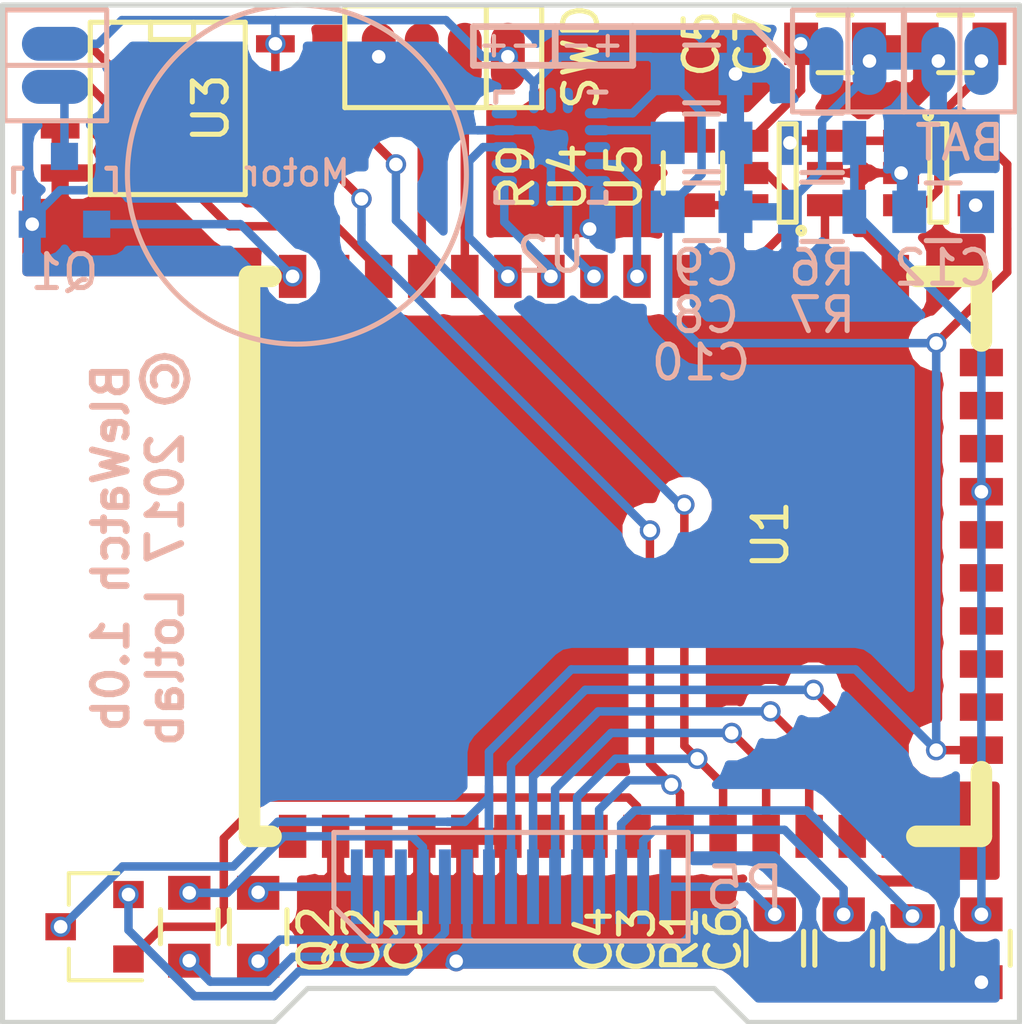
<source format=kicad_pcb>
(kicad_pcb (version 4) (host pcbnew 4.0.6)

  (general
    (links 83)
    (no_connects 0)
    (area 113.150001 138.8022 173.488 185.700001)
    (thickness 1.6)
    (drawings 39)
    (tracks 316)
    (zones 0)
    (modules 27)
    (nets 35)
  )

  (page A4)
  (layers
    (0 F.Cu signal)
    (31 B.Cu signal)
    (32 B.Adhes user)
    (33 F.Adhes user)
    (34 B.Paste user)
    (35 F.Paste user)
    (36 B.SilkS user)
    (37 F.SilkS user)
    (38 B.Mask user)
    (39 F.Mask user)
    (40 Dwgs.User user)
    (41 Cmts.User user)
    (42 Eco1.User user hide)
    (43 Eco2.User user hide)
    (44 Edge.Cuts user)
    (45 Margin user)
    (46 B.CrtYd user)
    (47 F.CrtYd user)
    (48 B.Fab user hide)
    (49 F.Fab user hide)
  )

  (setup
    (last_trace_width 0.25)
    (trace_clearance 0.1778)
    (zone_clearance 0.508)
    (zone_45_only yes)
    (trace_min 0.2)
    (segment_width 0.15)
    (edge_width 0.15)
    (via_size 0.6)
    (via_drill 0.4)
    (via_min_size 0.4)
    (via_min_drill 0.3)
    (uvia_size 0.3)
    (uvia_drill 0.1)
    (uvias_allowed no)
    (uvia_min_size 0.2)
    (uvia_min_drill 0.1)
    (pcb_text_width 0.3)
    (pcb_text_size 1 1)
    (mod_edge_width 0.15)
    (mod_text_size 1 1)
    (mod_text_width 0.15)
    (pad_size 1.524 1.524)
    (pad_drill 0.762)
    (pad_to_mask_clearance 0.1)
    (aux_axis_origin 0 0)
    (grid_origin 140.081 149.733)
    (visible_elements 7FFFFF7F)
    (pcbplotparams
      (layerselection 0x00030_80000001)
      (usegerberextensions false)
      (excludeedgelayer true)
      (linewidth 0.100000)
      (plotframeref false)
      (viasonmask false)
      (mode 1)
      (useauxorigin false)
      (hpglpennumber 1)
      (hpglpenspeed 20)
      (hpglpendiameter 15)
      (hpglpenoverlay 2)
      (psnegative false)
      (psa4output false)
      (plotreference true)
      (plotvalue true)
      (plotinvisibletext false)
      (padsonsilk false)
      (subtractmaskfromsilk false)
      (outputformat 1)
      (mirror false)
      (drillshape 1)
      (scaleselection 1)
      (outputdirectory ""))
  )

  (net 0 "")
  (net 1 "Net-(C1-Pad1)")
  (net 2 "Net-(C1-Pad2)")
  (net 3 "Net-(C2-Pad1)")
  (net 4 "Net-(C2-Pad2)")
  (net 5 "Net-(C3-Pad1)")
  (net 6 GND)
  (net 7 "Net-(C4-Pad1)")
  (net 8 POWER)
  (net 9 ADC1)
  (net 10 BAT)
  (net 11 "Net-(C8-Pad1)")
  (net 12 3V3)
  (net 13 "Net-(C12-Pad1)")
  (net 14 SWDIO)
  (net 15 SWDCLK)
  (net 16 SPI_SCLK)
  (net 17 "Net-(P5-Pad13)")
  (net 18 SCL)
  (net 19 SDA)
  (net 20 "Net-(R9-Pad1)")
  (net 21 STDBY)
  (net 22 CHRG)
  (net 23 INT1)
  (net 24 MOTOR)
  (net 25 OLED_EN)
  (net 26 OLEN)
  (net 27 INT2)
  (net 28 EEP_CS)
  (net 29 SPI_MISO)
  (net 30 OLED_CS)
  (net 31 SPI_MOSI)
  (net 32 VIBRE)
  (net 33 OLED_RES)
  (net 34 OLED_DC)

  (net_class Default 这是默认网络组.
    (clearance 0.1778)
    (trace_width 0.25)
    (via_dia 0.6)
    (via_drill 0.4)
    (uvia_dia 0.3)
    (uvia_drill 0.1)
    (add_net 3V3)
    (add_net ADC1)
    (add_net BAT)
    (add_net CHRG)
    (add_net EEP_CS)
    (add_net GND)
    (add_net INT1)
    (add_net INT2)
    (add_net MOTOR)
    (add_net "Net-(C1-Pad1)")
    (add_net "Net-(C1-Pad2)")
    (add_net "Net-(C12-Pad1)")
    (add_net "Net-(C2-Pad1)")
    (add_net "Net-(C2-Pad2)")
    (add_net "Net-(C3-Pad1)")
    (add_net "Net-(C4-Pad1)")
    (add_net "Net-(C8-Pad1)")
    (add_net "Net-(P5-Pad13)")
    (add_net "Net-(R9-Pad1)")
    (add_net OLED_CS)
    (add_net OLED_DC)
    (add_net OLED_EN)
    (add_net OLED_RES)
    (add_net OLEN)
    (add_net POWER)
    (add_net SCL)
    (add_net SDA)
    (add_net SPI_MISO)
    (add_net SPI_MOSI)
    (add_net SPI_SCLK)
    (add_net STDBY)
    (add_net SWDCLK)
    (add_net SWDIO)
    (add_net VIBRE)
  )

  (module lib:nRF51822-02 (layer F.Cu) (tedit 58B6C31A) (tstamp 58B6AF36)
    (at 159.512 168.148 90)
    (path /58B63F78)
    (fp_text reference U1 (at 9.525 -6.858 90) (layer F.SilkS)
      (effects (font (size 1 1) (thickness 0.15)))
    )
    (fp_text value nrf51822-02 (at 8.89 -7.62 90) (layer F.Fab) hide
      (effects (font (size 1 1) (thickness 0.15)))
    )
    (fp_line (start 0.635 -21.59) (end 0.635 -22.225) (layer F.SilkS) (width 0.635))
    (fp_line (start 17.145 -22.225) (end 17.145 -21.59) (layer F.SilkS) (width 0.635))
    (fp_line (start 17.145 -22.225) (end 17.145 -29.21) (layer F.CrtYd) (width 0.635))
    (fp_line (start 17.145 -29.21) (end 0.635 -29.21) (layer F.CrtYd) (width 0.635))
    (fp_line (start 0.635 -29.21) (end 0.635 -22.225) (layer F.CrtYd) (width 0.635))
    (fp_line (start 0.635 -22.225) (end 17.145 -22.225) (layer F.SilkS) (width 0.635))
    (fp_line (start 15.24 -0.635) (end 17.145 -0.635) (layer F.SilkS) (width 0.635))
    (fp_line (start 17.145 -0.635) (end 17.145 -2.54) (layer F.SilkS) (width 0.635))
    (fp_line (start 0.635 -2.54) (end 0.635 -0.635) (layer F.SilkS) (width 0.635))
    (fp_line (start 0.635 -0.635) (end 2.54 -0.635) (layer F.SilkS) (width 0.635))
    (pad 1 smd rect (at 3.175 -0.635 90) (size 0.81 1.27) (layers F.Cu F.Paste F.Mask)
      (net 12 3V3))
    (pad 2 smd rect (at 4.445 -0.635 90) (size 0.81 1.27) (layers F.Cu F.Paste F.Mask))
    (pad 3 smd rect (at 5.715 -0.635 90) (size 0.81 1.27) (layers F.Cu F.Paste F.Mask))
    (pad 4 smd rect (at 6.985 -0.635 90) (size 0.81 1.27) (layers F.Cu F.Paste F.Mask))
    (pad 5 smd rect (at 8.255 -0.635 90) (size 0.81 1.27) (layers F.Cu F.Paste F.Mask))
    (pad 6 smd rect (at 9.525 -0.635 90) (size 0.81 1.27) (layers F.Cu F.Paste F.Mask))
    (pad 7 smd rect (at 10.795 -0.635 90) (size 0.81 1.27) (layers F.Cu F.Paste F.Mask)
      (net 9 ADC1))
    (pad 8 smd rect (at 12.065 -0.635 90) (size 0.81 1.27) (layers F.Cu F.Paste F.Mask))
    (pad 9 smd rect (at 13.335 -0.635 90) (size 0.81 1.27) (layers F.Cu F.Paste F.Mask))
    (pad 10 smd rect (at 14.605 -0.635 90) (size 0.81 1.27) (layers F.Cu F.Paste F.Mask))
    (pad 11 smd rect (at 17.145 -3.175 180) (size 0.81 1.27) (layers F.Cu F.Paste F.Mask)
      (net 6 GND))
    (pad 12 smd rect (at 17.145 -4.445 180) (size 0.81 1.27) (layers F.Cu F.Paste F.Mask)
      (net 22 CHRG))
    (pad 13 smd rect (at 17.145 -5.715 180) (size 0.81 1.27) (layers F.Cu F.Paste F.Mask)
      (net 22 CHRG))
    (pad 14 smd rect (at 17.145 -6.985 180) (size 0.81 1.27) (layers F.Cu F.Paste F.Mask)
      (net 21 STDBY))
    (pad 15 smd rect (at 17.145 -8.255 180) (size 0.81 1.27) (layers F.Cu F.Paste F.Mask)
      (net 21 STDBY))
    (pad 16 smd rect (at 17.145 -9.525 180) (size 0.81 1.27) (layers F.Cu F.Paste F.Mask))
    (pad 17 smd rect (at 17.145 -10.795 180) (size 0.81 1.27) (layers F.Cu F.Paste F.Mask)
      (net 18 SCL))
    (pad 18 smd rect (at 17.145 -12.065 180) (size 0.81 1.27) (layers F.Cu F.Paste F.Mask)
      (net 19 SDA))
    (pad 19 smd rect (at 17.145 -13.335 180) (size 0.81 1.27) (layers F.Cu F.Paste F.Mask)
      (net 27 INT2))
    (pad 20 smd rect (at 17.145 -14.605 180) (size 0.81 1.27) (layers F.Cu F.Paste F.Mask)
      (net 23 INT1))
    (pad 21 smd rect (at 17.145 -15.875 180) (size 0.81 1.27) (layers F.Cu F.Paste F.Mask)
      (net 14 SWDIO))
    (pad 22 smd rect (at 17.145 -17.145 180) (size 0.81 1.27) (layers F.Cu F.Paste F.Mask)
      (net 15 SWDCLK))
    (pad 23 smd rect (at 17.145 -18.415 180) (size 0.81 1.27) (layers F.Cu F.Paste F.Mask)
      (net 28 EEP_CS))
    (pad 24 smd rect (at 17.145 -19.685 180) (size 0.81 1.27) (layers F.Cu F.Paste F.Mask)
      (net 29 SPI_MISO))
    (pad 25 smd rect (at 17.145 -20.955 180) (size 0.81 1.27) (layers F.Cu F.Paste F.Mask)
      (net 32 VIBRE))
    (pad 26 smd rect (at 0.635 -20.955 180) (size 0.81 1.27) (layers F.Cu F.Paste F.Mask))
    (pad 27 smd rect (at 0.635 -19.685 180) (size 0.81 1.27) (layers F.Cu F.Paste F.Mask)
      (net 6 GND))
    (pad 28 smd rect (at 0.635 -18.415 180) (size 0.81 1.27) (layers F.Cu F.Paste F.Mask))
    (pad 29 smd rect (at 0.635 -17.145 180) (size 0.81 1.27) (layers F.Cu F.Paste F.Mask)
      (net 6 GND))
    (pad 30 smd rect (at 0.635 -15.875 180) (size 0.81 1.27) (layers F.Cu F.Paste F.Mask)
      (net 6 GND))
    (pad 31 smd rect (at 0.635 -14.605 180) (size 0.81 1.27) (layers F.Cu F.Paste F.Mask)
      (net 6 GND))
    (pad 32 smd rect (at 0.635 -13.335 180) (size 0.81 1.27) (layers F.Cu F.Paste F.Mask))
    (pad 33 smd rect (at 0.635 -12.065 180) (size 0.81 1.27) (layers F.Cu F.Paste F.Mask))
    (pad 34 smd rect (at 0.635 -10.795 180) (size 0.81 1.27) (layers F.Cu F.Paste F.Mask)
      (net 26 OLEN))
    (pad 35 smd rect (at 0.635 -9.525 180) (size 0.81 1.27) (layers F.Cu F.Paste F.Mask)
      (net 31 SPI_MOSI))
    (pad 36 smd rect (at 0.635 -8.255 180) (size 0.81 1.27) (layers F.Cu F.Paste F.Mask)
      (net 16 SPI_SCLK))
    (pad 37 smd rect (at 0.635 -6.985 180) (size 0.81 1.27) (layers F.Cu F.Paste F.Mask)
      (net 34 OLED_DC))
    (pad 38 smd rect (at 0.635 -5.715 180) (size 0.81 1.27) (layers F.Cu F.Paste F.Mask)
      (net 33 OLED_RES))
    (pad 39 smd rect (at 0.635 -4.445 180) (size 0.81 1.27) (layers F.Cu F.Paste F.Mask)
      (net 30 OLED_CS))
    (pad 40 smd rect (at 0.635 -3.175 180) (size 0.81 1.27) (layers F.Cu F.Paste F.Mask))
  )

  (module Capacitors_SMD:C_0805 (layer F.Cu) (tedit 592A5842) (tstamp 58B6AE5C)
    (at 137.541 170.18 270)
    (descr "Capacitor SMD 0805, reflow soldering, AVX (see smccp.pdf)")
    (tags "capacitor 0805")
    (path /58B68CFF)
    (attr smd)
    (fp_text reference C1 (at 0.381 -4.318 270) (layer F.SilkS)
      (effects (font (size 1 1) (thickness 0.15)))
    )
    (fp_text value 1uF (at 0 2.1 270) (layer F.Fab) hide
      (effects (font (size 1 1) (thickness 0.15)))
    )
    (fp_line (start -1.8 -1) (end 1.8 -1) (layer F.CrtYd) (width 0.05))
    (fp_line (start -1.8 1) (end 1.8 1) (layer F.CrtYd) (width 0.05))
    (fp_line (start -1.8 -1) (end -1.8 1) (layer F.CrtYd) (width 0.05))
    (fp_line (start 1.8 -1) (end 1.8 1) (layer F.CrtYd) (width 0.05))
    (fp_line (start 0.5 -0.85) (end -0.5 -0.85) (layer F.SilkS) (width 0.15))
    (fp_line (start -0.5 0.85) (end 0.5 0.85) (layer F.SilkS) (width 0.15))
    (pad 1 smd rect (at -1 0 270) (size 1 1.25) (layers F.Cu F.Paste F.Mask)
      (net 1 "Net-(C1-Pad1)"))
    (pad 2 smd rect (at 1 0 270) (size 1 1.25) (layers F.Cu F.Paste F.Mask)
      (net 2 "Net-(C1-Pad2)"))
    (model Capacitors_SMD.3dshapes/C_0805.wrl
      (at (xyz 0 0 0))
      (scale (xyz 1 1 1))
      (rotate (xyz 0 0 0))
    )
  )

  (module Capacitors_SMD:C_0805 (layer F.Cu) (tedit 592A5845) (tstamp 58B6AE62)
    (at 135.509 170.18 90)
    (descr "Capacitor SMD 0805, reflow soldering, AVX (see smccp.pdf)")
    (tags "capacitor 0805")
    (path /58B68E04)
    (attr smd)
    (fp_text reference C2 (at -0.381 5.08 90) (layer F.SilkS)
      (effects (font (size 1 1) (thickness 0.15)))
    )
    (fp_text value 1uF (at 0 2.1 90) (layer F.Fab) hide
      (effects (font (size 1 1) (thickness 0.15)))
    )
    (fp_line (start -1.8 -1) (end 1.8 -1) (layer F.CrtYd) (width 0.05))
    (fp_line (start -1.8 1) (end 1.8 1) (layer F.CrtYd) (width 0.05))
    (fp_line (start -1.8 -1) (end -1.8 1) (layer F.CrtYd) (width 0.05))
    (fp_line (start 1.8 -1) (end 1.8 1) (layer F.CrtYd) (width 0.05))
    (fp_line (start 0.5 -0.85) (end -0.5 -0.85) (layer F.SilkS) (width 0.15))
    (fp_line (start -0.5 0.85) (end 0.5 0.85) (layer F.SilkS) (width 0.15))
    (pad 1 smd rect (at -1 0 90) (size 1 1.25) (layers F.Cu F.Paste F.Mask)
      (net 3 "Net-(C2-Pad1)"))
    (pad 2 smd rect (at 1 0 90) (size 1 1.25) (layers F.Cu F.Paste F.Mask)
      (net 4 "Net-(C2-Pad2)"))
    (model Capacitors_SMD.3dshapes/C_0805.wrl
      (at (xyz 0 0 0))
      (scale (xyz 1 1 1))
      (rotate (xyz 0 0 0))
    )
  )

  (module Capacitors_SMD:C_0805 (layer F.Cu) (tedit 592A581D) (tstamp 58B6AE68)
    (at 154.813 170.815 270)
    (descr "Capacitor SMD 0805, reflow soldering, AVX (see smccp.pdf)")
    (tags "capacitor 0805")
    (path /58B69329)
    (attr smd)
    (fp_text reference C3 (at -0.254 6.096 270) (layer F.SilkS)
      (effects (font (size 1 1) (thickness 0.15)))
    )
    (fp_text value 4.7uF (at 0 2.1 270) (layer F.Fab) hide
      (effects (font (size 1 1) (thickness 0.15)))
    )
    (fp_line (start -1.8 -1) (end 1.8 -1) (layer F.CrtYd) (width 0.05))
    (fp_line (start -1.8 1) (end 1.8 1) (layer F.CrtYd) (width 0.05))
    (fp_line (start -1.8 -1) (end -1.8 1) (layer F.CrtYd) (width 0.05))
    (fp_line (start 1.8 -1) (end 1.8 1) (layer F.CrtYd) (width 0.05))
    (fp_line (start 0.5 -0.85) (end -0.5 -0.85) (layer F.SilkS) (width 0.15))
    (fp_line (start -0.5 0.85) (end 0.5 0.85) (layer F.SilkS) (width 0.15))
    (pad 1 smd rect (at -1 0 270) (size 1 1.25) (layers F.Cu F.Paste F.Mask)
      (net 5 "Net-(C3-Pad1)"))
    (pad 2 smd rect (at 1 0 270) (size 1 1.25) (layers F.Cu F.Paste F.Mask)
      (net 6 GND))
    (model Capacitors_SMD.3dshapes/C_0805.wrl
      (at (xyz 0 0 0))
      (scale (xyz 1 1 1))
      (rotate (xyz 0 0 0))
    )
  )

  (module Capacitors_SMD:C_0805 (layer F.Cu) (tedit 592A581A) (tstamp 58B6AE6E)
    (at 152.781 170.815 270)
    (descr "Capacitor SMD 0805, reflow soldering, AVX (see smccp.pdf)")
    (tags "capacitor 0805")
    (path /58B6928A)
    (attr smd)
    (fp_text reference C4 (at -0.254 5.334 270) (layer F.SilkS)
      (effects (font (size 1 1) (thickness 0.15)))
    )
    (fp_text value 2.2uF (at 0 2.1 270) (layer F.Fab) hide
      (effects (font (size 1 1) (thickness 0.15)))
    )
    (fp_line (start -1.8 -1) (end 1.8 -1) (layer F.CrtYd) (width 0.05))
    (fp_line (start -1.8 1) (end 1.8 1) (layer F.CrtYd) (width 0.05))
    (fp_line (start -1.8 -1) (end -1.8 1) (layer F.CrtYd) (width 0.05))
    (fp_line (start 1.8 -1) (end 1.8 1) (layer F.CrtYd) (width 0.05))
    (fp_line (start 0.5 -0.85) (end -0.5 -0.85) (layer F.SilkS) (width 0.15))
    (fp_line (start -0.5 0.85) (end 0.5 0.85) (layer F.SilkS) (width 0.15))
    (pad 1 smd rect (at -1 0 270) (size 1 1.25) (layers F.Cu F.Paste F.Mask)
      (net 7 "Net-(C4-Pad1)"))
    (pad 2 smd rect (at 1 0 270) (size 1 1.25) (layers F.Cu F.Paste F.Mask)
      (net 6 GND))
    (model Capacitors_SMD.3dshapes/C_0805.wrl
      (at (xyz 0 0 0))
      (scale (xyz 1 1 1))
      (rotate (xyz 0 0 0))
    )
  )

  (module Capacitors_SMD:C_0805 (layer F.Cu) (tedit 592A58A2) (tstamp 58B6AE74)
    (at 154.559 144.145)
    (descr "Capacitor SMD 0805, reflow soldering, AVX (see smccp.pdf)")
    (tags "capacitor 0805")
    (path /58B65660)
    (attr smd)
    (fp_text reference C5 (at -3.937 0 90) (layer F.SilkS)
      (effects (font (size 1 1) (thickness 0.15)))
    )
    (fp_text value 1uF (at 0 2.1) (layer F.Fab) hide
      (effects (font (size 1 1) (thickness 0.15)))
    )
    (fp_line (start -1.8 -1) (end 1.8 -1) (layer F.CrtYd) (width 0.05))
    (fp_line (start -1.8 1) (end 1.8 1) (layer F.CrtYd) (width 0.05))
    (fp_line (start -1.8 -1) (end -1.8 1) (layer F.CrtYd) (width 0.05))
    (fp_line (start 1.8 -1) (end 1.8 1) (layer F.CrtYd) (width 0.05))
    (fp_line (start 0.5 -0.85) (end -0.5 -0.85) (layer F.SilkS) (width 0.15))
    (fp_line (start -0.5 0.85) (end 0.5 0.85) (layer F.SilkS) (width 0.15))
    (pad 1 smd rect (at -1 0) (size 1 1.25) (layers F.Cu F.Paste F.Mask)
      (net 8 POWER))
    (pad 2 smd rect (at 1 0) (size 1 1.25) (layers F.Cu F.Paste F.Mask)
      (net 6 GND))
    (model Capacitors_SMD.3dshapes/C_0805.wrl
      (at (xyz 0 0 0))
      (scale (xyz 1 1 1))
      (rotate (xyz 0 0 0))
    )
  )

  (module Capacitors_SMD:C_0805 (layer F.Cu) (tedit 592A5822) (tstamp 58B6AE7A)
    (at 158.877 170.815 270)
    (descr "Capacitor SMD 0805, reflow soldering, AVX (see smccp.pdf)")
    (tags "capacitor 0805")
    (path /58B65D67)
    (attr smd)
    (fp_text reference C6 (at -0.254 7.62 450) (layer F.SilkS)
      (effects (font (size 1 1) (thickness 0.15)))
    )
    (fp_text value 22nF (at 0 2.1 270) (layer F.Fab) hide
      (effects (font (size 1 1) (thickness 0.15)))
    )
    (fp_line (start -1.8 -1) (end 1.8 -1) (layer F.CrtYd) (width 0.05))
    (fp_line (start -1.8 1) (end 1.8 1) (layer F.CrtYd) (width 0.05))
    (fp_line (start -1.8 -1) (end -1.8 1) (layer F.CrtYd) (width 0.05))
    (fp_line (start 1.8 -1) (end 1.8 1) (layer F.CrtYd) (width 0.05))
    (fp_line (start 0.5 -0.85) (end -0.5 -0.85) (layer F.SilkS) (width 0.15))
    (fp_line (start -0.5 0.85) (end 0.5 0.85) (layer F.SilkS) (width 0.15))
    (pad 1 smd rect (at -1 0 270) (size 1 1.25) (layers F.Cu F.Paste F.Mask)
      (net 9 ADC1))
    (pad 2 smd rect (at 1 0 270) (size 1 1.25) (layers F.Cu F.Paste F.Mask)
      (net 6 GND))
    (model Capacitors_SMD.3dshapes/C_0805.wrl
      (at (xyz 0 0 0))
      (scale (xyz 1 1 1))
      (rotate (xyz 0 0 0))
    )
  )

  (module Capacitors_SMD:C_0805 (layer F.Cu) (tedit 592A5890) (tstamp 58B6AE80)
    (at 158.115 144.145 180)
    (descr "Capacitor SMD 0805, reflow soldering, AVX (see smccp.pdf)")
    (tags "capacitor 0805")
    (path /58B65744)
    (attr smd)
    (fp_text reference C7 (at 5.969 0 450) (layer F.SilkS)
      (effects (font (size 1 1) (thickness 0.15)))
    )
    (fp_text value 1uF (at 0 2.1 180) (layer F.Fab) hide
      (effects (font (size 1 1) (thickness 0.15)))
    )
    (fp_line (start -1.8 -1) (end 1.8 -1) (layer F.CrtYd) (width 0.05))
    (fp_line (start -1.8 1) (end 1.8 1) (layer F.CrtYd) (width 0.05))
    (fp_line (start -1.8 -1) (end -1.8 1) (layer F.CrtYd) (width 0.05))
    (fp_line (start 1.8 -1) (end 1.8 1) (layer F.CrtYd) (width 0.05))
    (fp_line (start 0.5 -0.85) (end -0.5 -0.85) (layer F.SilkS) (width 0.15))
    (fp_line (start -0.5 0.85) (end 0.5 0.85) (layer F.SilkS) (width 0.15))
    (pad 1 smd rect (at -1 0 180) (size 1 1.25) (layers F.Cu F.Paste F.Mask)
      (net 10 BAT))
    (pad 2 smd rect (at 1 0 180) (size 1 1.25) (layers F.Cu F.Paste F.Mask)
      (net 6 GND))
    (model Capacitors_SMD.3dshapes/C_0805.wrl
      (at (xyz 0 0 0))
      (scale (xyz 1 1 1))
      (rotate (xyz 0 0 0))
    )
  )

  (module Capacitors_SMD:C_0805 (layer B.Cu) (tedit 592A5796) (tstamp 58B6AE86)
    (at 150.622 147.066)
    (descr "Capacitor SMD 0805, reflow soldering, AVX (see smccp.pdf)")
    (tags "capacitor 0805")
    (path /58B66A5B)
    (attr smd)
    (fp_text reference C8 (at 0.127 5.08) (layer B.SilkS)
      (effects (font (size 1 1) (thickness 0.15)) (justify mirror))
    )
    (fp_text value 0.1uF (at 0 -2.1) (layer B.Fab) hide
      (effects (font (size 1 1) (thickness 0.15)) (justify mirror))
    )
    (fp_line (start -1.8 1) (end 1.8 1) (layer B.CrtYd) (width 0.05))
    (fp_line (start -1.8 -1) (end 1.8 -1) (layer B.CrtYd) (width 0.05))
    (fp_line (start -1.8 1) (end -1.8 -1) (layer B.CrtYd) (width 0.05))
    (fp_line (start 1.8 1) (end 1.8 -1) (layer B.CrtYd) (width 0.05))
    (fp_line (start 0.5 0.85) (end -0.5 0.85) (layer B.SilkS) (width 0.15))
    (fp_line (start -0.5 -0.85) (end 0.5 -0.85) (layer B.SilkS) (width 0.15))
    (pad 1 smd rect (at -1 0) (size 1 1.25) (layers B.Cu B.Paste B.Mask)
      (net 11 "Net-(C8-Pad1)"))
    (pad 2 smd rect (at 1 0) (size 1 1.25) (layers B.Cu B.Paste B.Mask)
      (net 6 GND))
    (model Capacitors_SMD.3dshapes/C_0805.wrl
      (at (xyz 0 0 0))
      (scale (xyz 1 1 1))
      (rotate (xyz 0 0 0))
    )
  )

  (module Capacitors_SMD:C_0805 (layer B.Cu) (tedit 592A5793) (tstamp 58B6AE8C)
    (at 150.622 145.034)
    (descr "Capacitor SMD 0805, reflow soldering, AVX (see smccp.pdf)")
    (tags "capacitor 0805")
    (path /58B65782)
    (attr smd)
    (fp_text reference C9 (at 0.127 5.715) (layer B.SilkS)
      (effects (font (size 1 1) (thickness 0.15)) (justify mirror))
    )
    (fp_text value 0.1uF (at 0 -2.1) (layer B.Fab) hide
      (effects (font (size 1 1) (thickness 0.15)) (justify mirror))
    )
    (fp_line (start -1.8 1) (end 1.8 1) (layer B.CrtYd) (width 0.05))
    (fp_line (start -1.8 -1) (end 1.8 -1) (layer B.CrtYd) (width 0.05))
    (fp_line (start -1.8 1) (end -1.8 -1) (layer B.CrtYd) (width 0.05))
    (fp_line (start 1.8 1) (end 1.8 -1) (layer B.CrtYd) (width 0.05))
    (fp_line (start 0.5 0.85) (end -0.5 0.85) (layer B.SilkS) (width 0.15))
    (fp_line (start -0.5 -0.85) (end 0.5 -0.85) (layer B.SilkS) (width 0.15))
    (pad 1 smd rect (at -1 0) (size 1 1.25) (layers B.Cu B.Paste B.Mask)
      (net 12 3V3))
    (pad 2 smd rect (at 1 0) (size 1 1.25) (layers B.Cu B.Paste B.Mask)
      (net 6 GND))
    (model Capacitors_SMD.3dshapes/C_0805.wrl
      (at (xyz 0 0 0))
      (scale (xyz 1 1 1))
      (rotate (xyz 0 0 0))
    )
  )

  (module Capacitors_SMD:C_0805 (layer B.Cu) (tedit 592A5774) (tstamp 58B6AE92)
    (at 150.622 149.098)
    (descr "Capacitor SMD 0805, reflow soldering, AVX (see smccp.pdf)")
    (tags "capacitor 0805")
    (path /58B6D6C8)
    (attr smd)
    (fp_text reference C10 (at -0.016 4.445) (layer B.SilkS)
      (effects (font (size 1 1) (thickness 0.15)) (justify mirror))
    )
    (fp_text value 4.7uF (at 0 -2.1) (layer B.Fab) hide
      (effects (font (size 1 1) (thickness 0.15)) (justify mirror))
    )
    (fp_line (start -1.8 1) (end 1.8 1) (layer B.CrtYd) (width 0.05))
    (fp_line (start -1.8 -1) (end 1.8 -1) (layer B.CrtYd) (width 0.05))
    (fp_line (start -1.8 1) (end -1.8 -1) (layer B.CrtYd) (width 0.05))
    (fp_line (start 1.8 1) (end 1.8 -1) (layer B.CrtYd) (width 0.05))
    (fp_line (start 0.5 0.85) (end -0.5 0.85) (layer B.SilkS) (width 0.15))
    (fp_line (start -0.5 -0.85) (end 0.5 -0.85) (layer B.SilkS) (width 0.15))
    (pad 1 smd rect (at -1 0) (size 1 1.25) (layers B.Cu B.Paste B.Mask)
      (net 12 3V3))
    (pad 2 smd rect (at 1 0) (size 1 1.25) (layers B.Cu B.Paste B.Mask)
      (net 6 GND))
    (model Capacitors_SMD.3dshapes/C_0805.wrl
      (at (xyz 0 0 0))
      (scale (xyz 1 1 1))
      (rotate (xyz 0 0 0))
    )
  )

  (module Capacitors_SMD:C_0805 (layer B.Cu) (tedit 592B850A) (tstamp 58B6AE9E)
    (at 157.75 149.098 180)
    (descr "Capacitor SMD 0805, reflow soldering, AVX (see smccp.pdf)")
    (tags "capacitor 0805")
    (path /58B648E8)
    (attr smd)
    (fp_text reference C12 (at 0 -1.651 180) (layer B.SilkS)
      (effects (font (size 1 1) (thickness 0.15)) (justify mirror))
    )
    (fp_text value 22nF (at 0 -2.1 180) (layer B.Fab) hide
      (effects (font (size 1 1) (thickness 0.15)) (justify mirror))
    )
    (fp_line (start -1.8 1) (end 1.8 1) (layer B.CrtYd) (width 0.05))
    (fp_line (start -1.8 -1) (end 1.8 -1) (layer B.CrtYd) (width 0.05))
    (fp_line (start -1.8 1) (end -1.8 -1) (layer B.CrtYd) (width 0.05))
    (fp_line (start 1.8 1) (end 1.8 -1) (layer B.CrtYd) (width 0.05))
    (fp_line (start 0.5 0.85) (end -0.5 0.85) (layer B.SilkS) (width 0.15))
    (fp_line (start -0.5 -0.85) (end 0.5 -0.85) (layer B.SilkS) (width 0.15))
    (pad 1 smd rect (at -1 0 180) (size 1 1.25) (layers B.Cu B.Paste B.Mask)
      (net 13 "Net-(C12-Pad1)"))
    (pad 2 smd rect (at 1 0 180) (size 1 1.25) (layers B.Cu B.Paste B.Mask)
      (net 6 GND))
    (model Capacitors_SMD.3dshapes/C_0805.wrl
      (at (xyz 0 0 0))
      (scale (xyz 1 1 1))
      (rotate (xyz 0 0 0))
    )
  )

  (module custom:SIP-4-1.27 (layer F.Cu) (tedit 58B6D496) (tstamp 58B6AEA6)
    (at 143.002 144.526 180)
    (path /58B75D24)
    (fp_text reference P1 (at 0 2.7 180) (layer F.SilkS) hide
      (effects (font (size 1.2 1.2) (thickness 0.15)))
    )
    (fp_text value CONN_01X04 (at 0 -2.7 180) (layer F.Fab) hide
      (effects (font (size 1.2 1.2) (thickness 0.15)))
    )
    (fp_line (start -2.905 -1.5) (end 2.905 -1.5) (layer F.SilkS) (width 0.15))
    (fp_line (start 2.905 -1.5) (end 2.905 1.5) (layer F.SilkS) (width 0.15))
    (fp_line (start 2.905 1.5) (end -2.905 1.5) (layer F.SilkS) (width 0.15))
    (fp_line (start -2.905 1.5) (end -2.905 -1.5) (layer F.SilkS) (width 0.15))
    (fp_line (start -1.27 -1.5) (end -1.27 1.5) (layer F.SilkS) (width 0.15))
    (pad 1 smd oval (at -1.905 0 180) (size 1 2) (layers F.Cu F.Paste F.Mask)
      (net 12 3V3))
    (pad 2 smd oval (at -0.635 0 180) (size 1 2) (layers F.Cu F.Paste F.Mask)
      (net 14 SWDIO))
    (pad 3 smd oval (at 0.635 0 180) (size 1 2) (layers F.Cu F.Paste F.Mask)
      (net 15 SWDCLK))
    (pad 4 smd oval (at 1.905 0 180) (size 1 2) (layers F.Cu F.Paste F.Mask)
      (net 6 GND))
  )

  (module custom:SIP-2-1.27 (layer B.Cu) (tedit 58B6D58E) (tstamp 58B6AEB1)
    (at 154.94 144.653)
    (path /58B76249)
    (fp_text reference P2 (at 0.254 2.794) (layer B.SilkS) hide
      (effects (font (size 1.2 1.2) (thickness 0.15)) (justify mirror))
    )
    (fp_text value CONN_01X02 (at 0 2.7) (layer B.Fab) hide
      (effects (font (size 1.2 1.2) (thickness 0.15)) (justify mirror))
    )
    (fp_line (start -1.635 1.5) (end 1.635 1.5) (layer B.SilkS) (width 0.15))
    (fp_line (start 1.635 1.5) (end 1.635 -1.5) (layer B.SilkS) (width 0.15))
    (fp_line (start 1.635 -1.5) (end -1.635 -1.5) (layer B.SilkS) (width 0.15))
    (fp_line (start -1.635 -1.5) (end -1.635 1.5) (layer B.SilkS) (width 0.15))
    (fp_line (start 0 1.5) (end 0 -1.5) (layer B.SilkS) (width 0.15))
    (pad 1 smd oval (at -0.635 0) (size 1 2) (layers B.Cu B.Paste B.Mask)
      (net 8 POWER))
    (pad 2 smd oval (at 0.635 0) (size 1 2) (layers B.Cu B.Paste B.Mask)
      (net 6 GND))
  )

  (module custom:SIP-2-1.27 (layer B.Cu) (tedit 58B6D58B) (tstamp 58B6AEBC)
    (at 158.242 144.653 180)
    (path /58B762EA)
    (fp_text reference P3 (at 0 -2.7 180) (layer B.SilkS) hide
      (effects (font (size 1.2 1.2) (thickness 0.15)) (justify mirror))
    )
    (fp_text value CONN_01X02 (at 0 2.7 180) (layer B.Fab) hide
      (effects (font (size 1.2 1.2) (thickness 0.15)) (justify mirror))
    )
    (fp_line (start -1.635 1.5) (end 1.635 1.5) (layer B.SilkS) (width 0.15))
    (fp_line (start 1.635 1.5) (end 1.635 -1.5) (layer B.SilkS) (width 0.15))
    (fp_line (start 1.635 -1.5) (end -1.635 -1.5) (layer B.SilkS) (width 0.15))
    (fp_line (start -1.635 -1.5) (end -1.635 1.5) (layer B.SilkS) (width 0.15))
    (fp_line (start 0 1.5) (end 0 -1.5) (layer B.SilkS) (width 0.15))
    (pad 1 smd oval (at -0.635 0 180) (size 1 2) (layers B.Cu B.Paste B.Mask)
      (net 10 BAT))
    (pad 2 smd oval (at 0.635 0 180) (size 1 2) (layers B.Cu B.Paste B.Mask)
      (net 6 GND))
  )

  (module custom:OLED-15PIN (layer B.Cu) (tedit 58B7F639) (tstamp 58B6AED4)
    (at 145 169)
    (path /58B640A8)
    (fp_text reference P5 (at 6.892 0.037) (layer B.SilkS)
      (effects (font (size 1.2 1.2) (thickness 0.15)) (justify mirror))
    )
    (fp_text value CONN_01X15 (at 0 2.8) (layer B.Fab) hide
      (effects (font (size 1.2 1.2) (thickness 0.15)) (justify mirror))
    )
    (fp_line (start -4.225 1.6) (end -5.225 0.6) (layer B.SilkS) (width 0.15))
    (fp_line (start -5.225 0.6) (end -5.225 -1.6) (layer B.SilkS) (width 0.15))
    (fp_line (start -5.225 -1.6) (end 5.225 -1.6) (layer B.SilkS) (width 0.15))
    (fp_line (start 5.225 -1.6) (end 5.225 1.6) (layer B.SilkS) (width 0.15))
    (fp_line (start 5.225 1.6) (end -4.225 1.6) (layer B.SilkS) (width 0.15))
    (pad 1 smd rect (at -4.55 0) (size 0.35 2.2) (layers B.Cu B.Paste B.Mask)
      (net 1 "Net-(C1-Pad1)"))
    (pad 2 smd rect (at -3.9 0) (size 0.35 2.2) (layers B.Cu B.Paste B.Mask)
      (net 2 "Net-(C1-Pad2)"))
    (pad 3 smd rect (at -3.25 0) (size 0.35 2.2) (layers B.Cu B.Paste B.Mask)
      (net 3 "Net-(C2-Pad1)"))
    (pad 4 smd rect (at -2.6 0) (size 0.35 2.2) (layers B.Cu B.Paste B.Mask)
      (net 4 "Net-(C2-Pad2)"))
    (pad 5 smd rect (at -1.95 0) (size 0.35 2.2) (layers B.Cu B.Paste B.Mask)
      (net 25 OLED_EN))
    (pad 6 smd rect (at -1.3 0) (size 0.35 2.2) (layers B.Cu B.Paste B.Mask)
      (net 6 GND))
    (pad 7 smd rect (at -0.65 0) (size 0.35 2.2) (layers B.Cu B.Paste B.Mask)
      (net 12 3V3))
    (pad 8 smd rect (at 0 0) (size 0.35 2.2) (layers B.Cu B.Paste B.Mask)
      (net 30 OLED_CS))
    (pad 9 smd rect (at 0.65 0) (size 0.35 2.2) (layers B.Cu B.Paste B.Mask)
      (net 33 OLED_RES))
    (pad 10 smd rect (at 1.3 0) (size 0.35 2.2) (layers B.Cu B.Paste B.Mask)
      (net 34 OLED_DC))
    (pad 11 smd rect (at 1.95 0) (size 0.35 2.2) (layers B.Cu B.Paste B.Mask)
      (net 16 SPI_SCLK))
    (pad 12 smd rect (at 2.6 0) (size 0.35 2.2) (layers B.Cu B.Paste B.Mask)
      (net 31 SPI_MOSI))
    (pad 13 smd rect (at 3.25 0) (size 0.35 2.2) (layers B.Cu B.Paste B.Mask)
      (net 17 "Net-(P5-Pad13)"))
    (pad 14 smd rect (at 3.9 0) (size 0.35 2.2) (layers B.Cu B.Paste B.Mask)
      (net 5 "Net-(C3-Pad1)"))
    (pad 15 smd rect (at 4.55 0) (size 0.35 2.2) (layers B.Cu B.Paste B.Mask)
      (net 7 "Net-(C4-Pad1)"))
  )

  (module Resistors_SMD:R_0805 (layer F.Cu) (tedit 592A5820) (tstamp 58B6AEDA)
    (at 156.845 170.815 270)
    (descr "Resistor SMD 0805, reflow soldering, Vishay (see dcrcw.pdf)")
    (tags "resistor 0805")
    (path /58B68EDA)
    (attr smd)
    (fp_text reference R1 (at -0.254 6.858 270) (layer F.SilkS)
      (effects (font (size 1 1) (thickness 0.15)))
    )
    (fp_text value 910K (at 0 2.1 270) (layer F.Fab) hide
      (effects (font (size 1 1) (thickness 0.15)))
    )
    (fp_line (start -1.6 -1) (end 1.6 -1) (layer F.CrtYd) (width 0.05))
    (fp_line (start -1.6 1) (end 1.6 1) (layer F.CrtYd) (width 0.05))
    (fp_line (start -1.6 -1) (end -1.6 1) (layer F.CrtYd) (width 0.05))
    (fp_line (start 1.6 -1) (end 1.6 1) (layer F.CrtYd) (width 0.05))
    (fp_line (start 0.6 0.875) (end -0.6 0.875) (layer F.SilkS) (width 0.15))
    (fp_line (start -0.6 -0.875) (end 0.6 -0.875) (layer F.SilkS) (width 0.15))
    (pad 1 smd rect (at -0.95 0 270) (size 0.7 1.3) (layers F.Cu F.Paste F.Mask)
      (net 17 "Net-(P5-Pad13)"))
    (pad 2 smd rect (at 0.95 0 270) (size 0.7 1.3) (layers F.Cu F.Paste F.Mask)
      (net 6 GND))
    (model Resistors_SMD.3dshapes/R_0805.wrl
      (at (xyz 0 0 0))
      (scale (xyz 1 1 1))
      (rotate (xyz 0 0 0))
    )
  )

  (module Resistors_SMD:R_0805 (layer B.Cu) (tedit 592A577E) (tstamp 58B6AEF8)
    (at 154.178 147.066)
    (descr "Resistor SMD 0805, reflow soldering, Vishay (see dcrcw.pdf)")
    (tags "resistor 0805")
    (path /58B65D9C)
    (attr smd)
    (fp_text reference R6 (at 0 3.683) (layer B.SilkS)
      (effects (font (size 1 1) (thickness 0.15)) (justify mirror))
    )
    (fp_text value 10M (at 0 -2.1) (layer B.Fab) hide
      (effects (font (size 1 1) (thickness 0.15)) (justify mirror))
    )
    (fp_line (start -1.6 1) (end 1.6 1) (layer B.CrtYd) (width 0.05))
    (fp_line (start -1.6 -1) (end 1.6 -1) (layer B.CrtYd) (width 0.05))
    (fp_line (start -1.6 1) (end -1.6 -1) (layer B.CrtYd) (width 0.05))
    (fp_line (start 1.6 1) (end 1.6 -1) (layer B.CrtYd) (width 0.05))
    (fp_line (start 0.6 -0.875) (end -0.6 -0.875) (layer B.SilkS) (width 0.15))
    (fp_line (start -0.6 0.875) (end 0.6 0.875) (layer B.SilkS) (width 0.15))
    (pad 1 smd rect (at -0.95 0) (size 0.7 1.3) (layers B.Cu B.Paste B.Mask)
      (net 10 BAT))
    (pad 2 smd rect (at 0.95 0) (size 0.7 1.3) (layers B.Cu B.Paste B.Mask)
      (net 9 ADC1))
    (model Resistors_SMD.3dshapes/R_0805.wrl
      (at (xyz 0 0 0))
      (scale (xyz 1 1 1))
      (rotate (xyz 0 0 0))
    )
  )

  (module Resistors_SMD:R_0805 (layer B.Cu) (tedit 592A5B7F) (tstamp 58B6AEFE)
    (at 154.178 149.098 180)
    (descr "Resistor SMD 0805, reflow soldering, Vishay (see dcrcw.pdf)")
    (tags "resistor 0805")
    (path /58B65DE1)
    (attr smd)
    (fp_text reference R7 (at 0 -3.048 180) (layer B.SilkS)
      (effects (font (size 1 1) (thickness 0.15)) (justify mirror))
    )
    (fp_text value 2.2M (at 0 -2.1 180) (layer B.Fab) hide
      (effects (font (size 1 1) (thickness 0.15)) (justify mirror))
    )
    (fp_line (start -1.6 1) (end 1.6 1) (layer B.CrtYd) (width 0.05))
    (fp_line (start -1.6 -1) (end 1.6 -1) (layer B.CrtYd) (width 0.05))
    (fp_line (start -1.6 1) (end -1.6 -1) (layer B.CrtYd) (width 0.05))
    (fp_line (start 1.6 1) (end 1.6 -1) (layer B.CrtYd) (width 0.05))
    (fp_line (start 0.6 -0.875) (end -0.6 -0.875) (layer B.SilkS) (width 0.15))
    (fp_line (start -0.6 0.875) (end 0.6 0.875) (layer B.SilkS) (width 0.15))
    (pad 1 smd rect (at -0.95 0 180) (size 0.7 1.3) (layers B.Cu B.Paste B.Mask)
      (net 9 ADC1))
    (pad 2 smd rect (at 0.95 0 180) (size 0.7 1.3) (layers B.Cu B.Paste B.Mask)
      (net 6 GND))
    (model Resistors_SMD.3dshapes/R_0805.wrl
      (at (xyz 0 0 0))
      (scale (xyz 1 1 1))
      (rotate (xyz 0 0 0))
    )
  )

  (module Resistors_SMD:R_0805 (layer F.Cu) (tedit 592A5864) (tstamp 58B6AF0A)
    (at 150.368 147.955 90)
    (descr "Resistor SMD 0805, reflow soldering, Vishay (see dcrcw.pdf)")
    (tags "resistor 0805")
    (path /58B64570)
    (attr smd)
    (fp_text reference R9 (at -0.127 -5.207 270) (layer F.SilkS)
      (effects (font (size 1 1) (thickness 0.15)))
    )
    (fp_text value 5K (at 0 2.1 90) (layer F.Fab) hide
      (effects (font (size 1 1) (thickness 0.15)))
    )
    (fp_line (start -1.6 -1) (end 1.6 -1) (layer F.CrtYd) (width 0.05))
    (fp_line (start -1.6 1) (end 1.6 1) (layer F.CrtYd) (width 0.05))
    (fp_line (start -1.6 -1) (end -1.6 1) (layer F.CrtYd) (width 0.05))
    (fp_line (start 1.6 -1) (end 1.6 1) (layer F.CrtYd) (width 0.05))
    (fp_line (start 0.6 0.875) (end -0.6 0.875) (layer F.SilkS) (width 0.15))
    (fp_line (start -0.6 -0.875) (end 0.6 -0.875) (layer F.SilkS) (width 0.15))
    (pad 1 smd rect (at -0.95 0 90) (size 0.7 1.3) (layers F.Cu F.Paste F.Mask)
      (net 20 "Net-(R9-Pad1)"))
    (pad 2 smd rect (at 0.95 0 90) (size 0.7 1.3) (layers F.Cu F.Paste F.Mask)
      (net 6 GND))
    (model Resistors_SMD.3dshapes/R_0805.wrl
      (at (xyz 0 0 0))
      (scale (xyz 1 1 1))
      (rotate (xyz 0 0 0))
    )
  )

  (module SMD_Packages:QFN-16-1EP_3x3mm_Pitch0.5mm_SPEC (layer B.Cu) (tedit 592A58F1) (tstamp 58B6AF4A)
    (at 146.177 147.193 180)
    (descr "16-Lead Plastic Quad Flat, No Lead Package (NG) - 3x3x0.9 mm Body [QFN]; (see Microchip Packaging Specification 00000049BS.pdf)")
    (tags "QFN 0.5")
    (path /58B63FBB)
    (attr smd)
    (fp_text reference U2 (at 0 -3.175 360) (layer B.SilkS)
      (effects (font (size 1 1) (thickness 0.15)) (justify mirror))
    )
    (fp_text value MMA8452 (at 0 -2.85 180) (layer B.Fab) hide
      (effects (font (size 1 1) (thickness 0.15)) (justify mirror))
    )
    (fp_line (start -2.1 2.1) (end -2.1 -2.1) (layer B.CrtYd) (width 0.05))
    (fp_line (start 2.1 2.1) (end 2.1 -2.1) (layer B.CrtYd) (width 0.05))
    (fp_line (start -2.1 2.1) (end 2.1 2.1) (layer B.CrtYd) (width 0.05))
    (fp_line (start -2.1 -2.1) (end 2.1 -2.1) (layer B.CrtYd) (width 0.05))
    (fp_line (start 1.625 1.625) (end 1.625 1.325) (layer B.SilkS) (width 0.15))
    (fp_line (start -1.625 -1.625) (end -1.625 -1.325) (layer B.SilkS) (width 0.15))
    (fp_line (start 1.625 -1.625) (end 1.625 -1.325) (layer B.SilkS) (width 0.15))
    (fp_line (start -1.625 1.625) (end -1.125 1.625) (layer B.SilkS) (width 0.15))
    (fp_line (start -1.625 -1.625) (end -1.125 -1.625) (layer B.SilkS) (width 0.15))
    (fp_line (start 1.625 -1.625) (end 1.125 -1.625) (layer B.SilkS) (width 0.15))
    (fp_line (start 1.625 1.625) (end 1.125 1.625) (layer B.SilkS) (width 0.15))
    (pad 1 smd oval (at -1.375 1 180) (size 0.75 0.3) (layers B.Cu B.Paste B.Mask)
      (net 12 3V3))
    (pad 2 smd oval (at -1.375 0.5 180) (size 0.75 0.3) (layers B.Cu B.Paste B.Mask)
      (net 11 "Net-(C8-Pad1)"))
    (pad 3 smd oval (at -1.375 0 180) (size 0.75 0.3) (layers B.Cu B.Paste B.Mask))
    (pad 4 smd oval (at -1.375 -0.5 180) (size 0.75 0.3) (layers B.Cu B.Paste B.Mask)
      (net 18 SCL))
    (pad 5 smd oval (at -1.375 -1 180) (size 0.75 0.3) (layers B.Cu B.Paste B.Mask)
      (net 6 GND))
    (pad 6 smd oval (at -0.5 -1.375 90) (size 0.75 0.3) (layers B.Cu B.Paste B.Mask)
      (net 19 SDA))
    (pad 7 smd oval (at 0 -1.375 90) (size 0.75 0.3) (layers B.Cu B.Paste B.Mask)
      (net 6 GND))
    (pad 8 smd oval (at 0.5 -1.375 90) (size 0.75 0.3) (layers B.Cu B.Paste B.Mask))
    (pad 9 smd oval (at 1.375 -1 180) (size 0.75 0.3) (layers B.Cu B.Paste B.Mask)
      (net 27 INT2))
    (pad 10 smd oval (at 1.375 -0.5 180) (size 0.75 0.3) (layers B.Cu B.Paste B.Mask)
      (net 6 GND))
    (pad 11 smd oval (at 1.375 0 180) (size 0.75 0.3) (layers B.Cu B.Paste B.Mask)
      (net 23 INT1))
    (pad 12 smd oval (at 1.375 0.5 180) (size 0.75 0.3) (layers B.Cu B.Paste B.Mask)
      (net 6 GND))
    (pad 13 smd oval (at 1.375 1 180) (size 0.75 0.3) (layers B.Cu B.Paste B.Mask))
    (pad 14 smd oval (at 0.5 1.375 90) (size 0.75 0.3) (layers B.Cu B.Paste B.Mask)
      (net 12 3V3))
    (pad 15 smd oval (at 0 1.375 90) (size 0.75 0.3) (layers B.Cu B.Paste B.Mask))
    (pad 16 smd oval (at -0.5 1.375 90) (size 0.75 0.3) (layers B.Cu B.Paste B.Mask))
    (model Housings_DFN_QFN.3dshapes/QFN-16-1EP_3x3mm_Pitch0.5mm.wrl
      (at (xyz 0 0 0))
      (scale (xyz 1 1 1))
      (rotate (xyz 0 0 0))
    )
  )

  (module TO_SOT_Packages_SMD:SOT-23-6 (layer F.Cu) (tedit 592A5871) (tstamp 58B6AF5E)
    (at 153.162 147.955 180)
    (descr "6-pin SOT-23 package")
    (tags SOT-23-6)
    (path /58B64021)
    (attr smd)
    (fp_text reference U4 (at 6.477 -0.127 270) (layer F.SilkS)
      (effects (font (size 1 1) (thickness 0.15)))
    )
    (fp_text value TP4057 (at 0 2.9 180) (layer F.Fab) hide
      (effects (font (size 1 1) (thickness 0.15)))
    )
    (fp_circle (center -0.4 -1.7) (end -0.3 -1.7) (layer F.SilkS) (width 0.15))
    (fp_line (start 0.25 -1.45) (end -0.25 -1.45) (layer F.SilkS) (width 0.15))
    (fp_line (start 0.25 1.45) (end 0.25 -1.45) (layer F.SilkS) (width 0.15))
    (fp_line (start -0.25 1.45) (end 0.25 1.45) (layer F.SilkS) (width 0.15))
    (fp_line (start -0.25 -1.45) (end -0.25 1.45) (layer F.SilkS) (width 0.15))
    (pad 1 smd rect (at -1.1 -0.95 180) (size 1.06 0.65) (layers F.Cu F.Paste F.Mask)
      (net 22 CHRG))
    (pad 2 smd rect (at -1.1 0 180) (size 1.06 0.65) (layers F.Cu F.Paste F.Mask)
      (net 6 GND))
    (pad 3 smd rect (at -1.1 0.95 180) (size 1.06 0.65) (layers F.Cu F.Paste F.Mask)
      (net 10 BAT))
    (pad 4 smd rect (at 1.1 0.95 180) (size 1.06 0.65) (layers F.Cu F.Paste F.Mask)
      (net 8 POWER))
    (pad 6 smd rect (at 1.1 -0.95 180) (size 1.06 0.65) (layers F.Cu F.Paste F.Mask)
      (net 20 "Net-(R9-Pad1)"))
    (pad 5 smd rect (at 1.1 0 180) (size 1.06 0.65) (layers F.Cu F.Paste F.Mask)
      (net 21 STDBY))
    (model TO_SOT_Packages_SMD.3dshapes/SOT-23-6.wrl
      (at (xyz 0 0 0))
      (scale (xyz 1 1 1))
      (rotate (xyz 0 0 0))
    )
  )

  (module TO_SOT_Packages_SMD:SOT-23-5 (layer F.Cu) (tedit 592A586E) (tstamp 58B6AF67)
    (at 157.607 147.955)
    (descr "5-pin SOT23 package")
    (tags SOT-23-5)
    (path /58B64066)
    (attr smd)
    (fp_text reference U5 (at -9.271 0.127 270) (layer F.SilkS)
      (effects (font (size 1 1) (thickness 0.15)))
    )
    (fp_text value RT9193 (at -0.05 2.35) (layer F.Fab) hide
      (effects (font (size 1 1) (thickness 0.15)))
    )
    (fp_line (start -1.8 -1.6) (end 1.8 -1.6) (layer F.CrtYd) (width 0.05))
    (fp_line (start 1.8 -1.6) (end 1.8 1.6) (layer F.CrtYd) (width 0.05))
    (fp_line (start 1.8 1.6) (end -1.8 1.6) (layer F.CrtYd) (width 0.05))
    (fp_line (start -1.8 1.6) (end -1.8 -1.6) (layer F.CrtYd) (width 0.05))
    (fp_circle (center -0.3 -1.7) (end -0.2 -1.7) (layer F.SilkS) (width 0.15))
    (fp_line (start 0.25 -1.45) (end -0.25 -1.45) (layer F.SilkS) (width 0.15))
    (fp_line (start 0.25 1.45) (end 0.25 -1.45) (layer F.SilkS) (width 0.15))
    (fp_line (start -0.25 1.45) (end 0.25 1.45) (layer F.SilkS) (width 0.15))
    (fp_line (start -0.25 -1.45) (end -0.25 1.45) (layer F.SilkS) (width 0.15))
    (pad 1 smd rect (at -1.1 -0.95) (size 1.06 0.65) (layers F.Cu F.Paste F.Mask)
      (net 10 BAT))
    (pad 2 smd rect (at -1.1 0) (size 1.06 0.65) (layers F.Cu F.Paste F.Mask)
      (net 6 GND))
    (pad 3 smd rect (at -1.1 0.95) (size 1.06 0.65) (layers F.Cu F.Paste F.Mask)
      (net 10 BAT))
    (pad 4 smd rect (at 1.1 0.95) (size 1.06 0.65) (layers F.Cu F.Paste F.Mask)
      (net 13 "Net-(C12-Pad1)"))
    (pad 5 smd rect (at 1.1 -0.95) (size 1.06 0.65) (layers F.Cu F.Paste F.Mask)
      (net 12 3V3))
    (model TO_SOT_Packages_SMD.3dshapes/SOT-23-5.wrl
      (at (xyz 0 0 0))
      (scale (xyz 1 1 1))
      (rotate (xyz 0 0 0))
    )
  )

  (module custom:SIP-2-1.27 (layer B.Cu) (tedit 58B7F167) (tstamp 58B6E919)
    (at 131.572 144.78 270)
    (path /58B8579B)
    (fp_text reference P7 (at 0 -2.2225 270) (layer B.SilkS) hide
      (effects (font (size 1.2 1.2) (thickness 0.15)) (justify mirror))
    )
    (fp_text value CONN_01X02 (at 0 2.7 270) (layer B.Fab)
      (effects (font (size 1.2 1.2) (thickness 0.15)) (justify mirror))
    )
    (fp_line (start -1.635 1.5) (end 1.635 1.5) (layer B.SilkS) (width 0.15))
    (fp_line (start 1.635 1.5) (end 1.635 -1.5) (layer B.SilkS) (width 0.15))
    (fp_line (start 1.635 -1.5) (end -1.635 -1.5) (layer B.SilkS) (width 0.15))
    (fp_line (start -1.635 -1.5) (end -1.635 1.5) (layer B.SilkS) (width 0.15))
    (fp_line (start 0 1.5) (end 0 -1.5) (layer B.SilkS) (width 0.15))
    (pad 1 smd oval (at -0.635 0 270) (size 1 2) (layers B.Cu B.Paste B.Mask)
      (net 12 3V3))
    (pad 2 smd oval (at 0.635 0 270) (size 1 2) (layers B.Cu B.Paste B.Mask)
      (net 24 MOTOR))
  )

  (module TO_SOT_Packages_SMD:SOT-23 (layer B.Cu) (tedit 592A58F7) (tstamp 58B6E920)
    (at 131.826 148.463 180)
    (descr "SOT-23, Standard")
    (tags SOT-23)
    (path /58B852BF)
    (attr smd)
    (fp_text reference Q1 (at 0 -2.413 360) (layer B.SilkS)
      (effects (font (size 1 1) (thickness 0.15)) (justify mirror))
    )
    (fp_text value SI2306 (at 0 -2.3 180) (layer B.Fab)
      (effects (font (size 1 1) (thickness 0.15)) (justify mirror))
    )
    (fp_line (start -1.65 1.6) (end 1.65 1.6) (layer B.CrtYd) (width 0.05))
    (fp_line (start 1.65 1.6) (end 1.65 -1.6) (layer B.CrtYd) (width 0.05))
    (fp_line (start 1.65 -1.6) (end -1.65 -1.6) (layer B.CrtYd) (width 0.05))
    (fp_line (start -1.65 -1.6) (end -1.65 1.6) (layer B.CrtYd) (width 0.05))
    (fp_line (start 1.29916 0.65024) (end 1.2509 0.65024) (layer B.SilkS) (width 0.15))
    (fp_line (start -1.49982 -0.0508) (end -1.49982 0.65024) (layer B.SilkS) (width 0.15))
    (fp_line (start -1.49982 0.65024) (end -1.2509 0.65024) (layer B.SilkS) (width 0.15))
    (fp_line (start 1.29916 0.65024) (end 1.49982 0.65024) (layer B.SilkS) (width 0.15))
    (fp_line (start 1.49982 0.65024) (end 1.49982 -0.0508) (layer B.SilkS) (width 0.15))
    (pad 1 smd rect (at -0.95 -1.00076 180) (size 0.8001 0.8001) (layers B.Cu B.Paste B.Mask)
      (net 32 VIBRE))
    (pad 2 smd rect (at 0.95 -1.00076 180) (size 0.8001 0.8001) (layers B.Cu B.Paste B.Mask)
      (net 6 GND))
    (pad 3 smd rect (at 0 0.99822 180) (size 0.8001 0.8001) (layers B.Cu B.Paste B.Mask)
      (net 24 MOTOR))
    (model TO_SOT_Packages_SMD.3dshapes/SOT-23.wrl
      (at (xyz 0 0 0))
      (scale (xyz 1 1 1))
      (rotate (xyz 0 0 0))
    )
  )

  (module TO_SOT_Packages_SMD:SOT-23 (layer F.Cu) (tedit 592A584A) (tstamp 592A43D2)
    (at 132.715 170.18 180)
    (descr "SOT-23, Standard")
    (tags SOT-23)
    (path /592AE1DD)
    (attr smd)
    (fp_text reference Q2 (at -6.5405 -0.381 270) (layer F.SilkS)
      (effects (font (size 1 1) (thickness 0.15)))
    )
    (fp_text value SI2306 (at 0 2.5 180) (layer F.Fab) hide
      (effects (font (size 1 1) (thickness 0.15)))
    )
    (fp_line (start -0.7 -0.95) (end -0.7 1.5) (layer F.Fab) (width 0.1))
    (fp_line (start -0.15 -1.52) (end 0.7 -1.52) (layer F.Fab) (width 0.1))
    (fp_line (start -0.7 -0.95) (end -0.15 -1.52) (layer F.Fab) (width 0.1))
    (fp_line (start 0.7 -1.52) (end 0.7 1.52) (layer F.Fab) (width 0.1))
    (fp_line (start -0.7 1.52) (end 0.7 1.52) (layer F.Fab) (width 0.1))
    (fp_line (start 0.76 1.58) (end 0.76 0.65) (layer F.SilkS) (width 0.12))
    (fp_line (start 0.76 -1.58) (end 0.76 -0.65) (layer F.SilkS) (width 0.12))
    (fp_line (start -1.7 -1.75) (end 1.7 -1.75) (layer F.CrtYd) (width 0.05))
    (fp_line (start 1.7 -1.75) (end 1.7 1.75) (layer F.CrtYd) (width 0.05))
    (fp_line (start 1.7 1.75) (end -1.7 1.75) (layer F.CrtYd) (width 0.05))
    (fp_line (start -1.7 1.75) (end -1.7 -1.75) (layer F.CrtYd) (width 0.05))
    (fp_line (start 0.76 -1.58) (end -1.4 -1.58) (layer F.SilkS) (width 0.12))
    (fp_line (start 0.76 1.58) (end -0.7 1.58) (layer F.SilkS) (width 0.12))
    (pad 1 smd rect (at -1 -0.95 180) (size 0.9 0.8) (layers F.Cu F.Paste F.Mask)
      (net 26 OLEN))
    (pad 2 smd rect (at -1 0.95 180) (size 0.9 0.8) (layers F.Cu F.Paste F.Mask)
      (net 25 OLED_EN))
    (pad 3 smd rect (at 1 0 180) (size 0.9 0.8) (layers F.Cu F.Paste F.Mask)
      (net 12 3V3))
    (model TO_SOT_Packages_SMD.3dshapes/SOT-23.wrl
      (at (xyz 0 0 0))
      (scale (xyz 1 1 1))
      (rotate (xyz 0 0 90))
    )
  )

  (module SMD_Packages:SOIC-8-N (layer F.Cu) (tedit 0) (tstamp 592C6119)
    (at 134.874 146.05 270)
    (descr "Module Narrow CMS SOJ 8 pins large")
    (tags "CMS SOJ")
    (path /592C3A23)
    (attr smd)
    (fp_text reference U3 (at 0 -1.27 270) (layer F.SilkS)
      (effects (font (size 1 1) (thickness 0.15)))
    )
    (fp_text value 25LC_EEPROM (at 0 1.27 270) (layer F.Fab)
      (effects (font (size 1 1) (thickness 0.15)))
    )
    (fp_line (start -2.54 -2.286) (end 2.54 -2.286) (layer F.SilkS) (width 0.15))
    (fp_line (start 2.54 -2.286) (end 2.54 2.286) (layer F.SilkS) (width 0.15))
    (fp_line (start 2.54 2.286) (end -2.54 2.286) (layer F.SilkS) (width 0.15))
    (fp_line (start -2.54 2.286) (end -2.54 -2.286) (layer F.SilkS) (width 0.15))
    (fp_line (start -2.54 -0.762) (end -2.032 -0.762) (layer F.SilkS) (width 0.15))
    (fp_line (start -2.032 -0.762) (end -2.032 0.508) (layer F.SilkS) (width 0.15))
    (fp_line (start -2.032 0.508) (end -2.54 0.508) (layer F.SilkS) (width 0.15))
    (pad 8 smd rect (at -1.905 -3.175 270) (size 0.508 1.143) (layers F.Cu F.Paste F.Mask)
      (net 12 3V3))
    (pad 7 smd rect (at -0.635 -3.175 270) (size 0.508 1.143) (layers F.Cu F.Paste F.Mask)
      (net 12 3V3))
    (pad 6 smd rect (at 0.635 -3.175 270) (size 0.508 1.143) (layers F.Cu F.Paste F.Mask)
      (net 16 SPI_SCLK))
    (pad 5 smd rect (at 1.905 -3.175 270) (size 0.508 1.143) (layers F.Cu F.Paste F.Mask)
      (net 31 SPI_MOSI))
    (pad 4 smd rect (at 1.905 3.175 270) (size 0.508 1.143) (layers F.Cu F.Paste F.Mask)
      (net 6 GND))
    (pad 3 smd rect (at 0.635 3.175 270) (size 0.508 1.143) (layers F.Cu F.Paste F.Mask)
      (net 6 GND))
    (pad 2 smd rect (at -0.635 3.175 270) (size 0.508 1.143) (layers F.Cu F.Paste F.Mask)
      (net 29 SPI_MISO))
    (pad 1 smd rect (at -1.905 3.175 270) (size 0.508 1.143) (layers F.Cu F.Paste F.Mask)
      (net 28 EEP_CS))
    (model SMD_Packages.3dshapes/SOIC-8-N.wrl
      (at (xyz 0 0 0))
      (scale (xyz 0.5 0.38 0.5))
      (rotate (xyz 0 0 0))
    )
  )

  (dimension 7.62 (width 0.25) (layer Eco1.User)
    (gr_text "7.620 mm" (at 134.874 140.478) (layer Eco1.User)
      (effects (font (size 1 1) (thickness 0.25)))
    )
    (feature1 (pts (xy 138.684 143.891) (xy 138.684 139.478)))
    (feature2 (pts (xy 131.064 143.891) (xy 131.064 139.478)))
    (crossbar (pts (xy 131.064 141.478) (xy 138.684 141.478)))
    (arrow1a (pts (xy 138.684 141.478) (xy 137.557496 142.064421)))
    (arrow1b (pts (xy 138.684 141.478) (xy 137.557496 140.891579)))
    (arrow2a (pts (xy 131.064 141.478) (xy 132.190504 142.064421)))
    (arrow2b (pts (xy 131.064 141.478) (xy 132.190504 140.891579)))
  )
  (gr_text BAT (at 158.242 147.066) (layer B.SilkS)
    (effects (font (size 1 1) (thickness 0.15)) (justify mirror))
  )
  (gr_circle (center 138.684 148) (end 138.684 143) (layer B.SilkS) (width 0.15))
  (gr_line (start 152.146 143.637) (end 148.59 143.637) (angle 90) (layer B.SilkS) (width 0.2))
  (gr_line (start 153.289 144.78) (end 152.146 143.637) (angle 90) (layer B.SilkS) (width 0.2))
  (gr_line (start 146.304 143.637) (end 146.304 144.78) (angle 90) (layer B.SilkS) (width 0.2))
  (gr_line (start 148.59 143.637) (end 143.891 143.637) (angle 90) (layer B.SilkS) (width 0.2))
  (gr_line (start 148.59 144.78) (end 148.59 143.637) (angle 90) (layer B.SilkS) (width 0.2))
  (gr_line (start 143.891 144.78) (end 148.59 144.78) (angle 90) (layer B.SilkS) (width 0.2))
  (gr_line (start 143.891 143.637) (end 143.891 144.78) (angle 90) (layer B.SilkS) (width 0.2))
  (dimension 20 (width 0.3) (layer Eco1.User)
    (gr_text "20.000 mm" (at 166.988 163.098 90) (layer Eco1.User)
      (effects (font (size 1.5 1.5) (thickness 0.3)))
    )
    (feature1 (pts (xy 160.638 153.098) (xy 168.338 153.098)))
    (feature2 (pts (xy 160.638 173.098) (xy 168.338 173.098)))
    (crossbar (pts (xy 165.638 173.098) (xy 165.638 153.098)))
    (arrow1a (pts (xy 165.638 153.098) (xy 166.224421 154.224504)))
    (arrow1b (pts (xy 165.638 153.098) (xy 165.051579 154.224504)))
    (arrow2a (pts (xy 165.638 173.098) (xy 166.224421 171.971496)))
    (arrow2b (pts (xy 165.638 173.098) (xy 165.051579 171.971496)))
  )
  (gr_line (start 151 165) (end 151 172) (angle 90) (layer Eco2.User) (width 0.2))
  (gr_line (start 139 165) (end 139 172) (angle 90) (layer Eco2.User) (width 0.2))
  (gr_line (start 157 148) (end 133 148) (angle 90) (layer Eco2.User) (width 0.2))
  (gr_line (start 157 159) (end 157 148) (angle 90) (layer Eco2.User) (width 0.2))
  (gr_line (start 133 159) (end 157 159) (angle 90) (layer Eco2.User) (width 0.2))
  (gr_line (start 133 148) (end 133 159) (angle 90) (layer Eco2.User) (width 0.2))
  (gr_line (start 131 146) (end 131 165) (angle 90) (layer Eco2.User) (width 0.2))
  (gr_line (start 159 146) (end 131 146) (angle 90) (layer Eco2.User) (width 0.2))
  (gr_line (start 159 165) (end 159 146) (angle 90) (layer Eco2.User) (width 0.2))
  (gr_line (start 131 165) (end 159 165) (angle 90) (layer Eco2.User) (width 0.2))
  (gr_text Motor (at 138.684 147.955) (layer B.SilkS)
    (effects (font (size 0.75 0.75) (thickness 0.125)) (justify mirror))
  )
  (gr_line (start 160 143) (end 130 143) (angle 90) (layer Edge.Cuts) (width 0.15))
  (gr_line (start 160 173) (end 160 143) (angle 90) (layer Edge.Cuts) (width 0.15))
  (gr_line (start 152 173) (end 160 173) (angle 90) (layer Edge.Cuts) (width 0.15))
  (gr_line (start 151 172) (end 152 173) (angle 90) (layer Edge.Cuts) (width 0.15))
  (gr_line (start 139 172) (end 151 172) (angle 90) (layer Edge.Cuts) (width 0.15))
  (gr_line (start 138 173) (end 139 172) (angle 90) (layer Edge.Cuts) (width 0.15))
  (gr_line (start 130 173) (end 138 173) (angle 90) (layer Edge.Cuts) (width 0.15))
  (gr_line (start 130 143) (end 130 173) (angle 90) (layer Edge.Cuts) (width 0.15))
  (dimension 30 (width 0.3) (layer Eco1.User)
    (gr_text "30.000 mm" (at 119.65 158 90) (layer Eco1.User)
      (effects (font (size 1.5 1.5) (thickness 0.3)))
    )
    (feature1 (pts (xy 130 143) (xy 118.3 143)))
    (feature2 (pts (xy 130 173) (xy 118.3 173)))
    (crossbar (pts (xy 121 173) (xy 121 143)))
    (arrow1a (pts (xy 121 143) (xy 121.586421 144.126504)))
    (arrow1b (pts (xy 121 143) (xy 120.413579 144.126504)))
    (arrow2a (pts (xy 121 173) (xy 121.586421 171.873496)))
    (arrow2b (pts (xy 121 173) (xy 120.413579 171.873496)))
  )
  (dimension 15 (width 0.3) (layer Eco1.User)
    (gr_text "15.000 mm" (at 125.65 159.5 90) (layer Eco1.User)
      (effects (font (size 1.5 1.5) (thickness 0.3)))
    )
    (feature1 (pts (xy 130 152) (xy 124.3 152)))
    (feature2 (pts (xy 130 167) (xy 124.3 167)))
    (crossbar (pts (xy 127 167) (xy 127 152)))
    (arrow1a (pts (xy 127 152) (xy 127.586421 153.126504)))
    (arrow1b (pts (xy 127 152) (xy 126.413579 153.126504)))
    (arrow2a (pts (xy 127 167) (xy 127.586421 165.873496)))
    (arrow2b (pts (xy 127 167) (xy 126.413579 165.873496)))
  )
  (dimension 19 (width 0.3) (layer Eco1.User)
    (gr_text "19.000 mm" (at 122.65 159.5 90) (layer Eco1.User)
      (effects (font (size 1.5 1.5) (thickness 0.3)))
    )
    (feature1 (pts (xy 130 150) (xy 121.3 150)))
    (feature2 (pts (xy 130 169) (xy 121.3 169)))
    (crossbar (pts (xy 124 169) (xy 124 150)))
    (arrow1a (pts (xy 124 150) (xy 124.586421 151.126504)))
    (arrow1b (pts (xy 124 150) (xy 123.413579 151.126504)))
    (arrow2a (pts (xy 124 169) (xy 124.586421 167.873496)))
    (arrow2b (pts (xy 124 169) (xy 123.413579 167.873496)))
  )
  (dimension 30 (width 0.3) (layer Eco1.User)
    (gr_text "30.000 mm" (at 145 184.35) (layer Eco1.User)
      (effects (font (size 1.5 1.5) (thickness 0.3)))
    )
    (feature1 (pts (xy 160 175) (xy 160 185.7)))
    (feature2 (pts (xy 130 175) (xy 130 185.7)))
    (crossbar (pts (xy 130 183) (xy 160 183)))
    (arrow1a (pts (xy 160 183) (xy 158.873496 183.586421)))
    (arrow1b (pts (xy 160 183) (xy 158.873496 182.413579)))
    (arrow2a (pts (xy 130 183) (xy 131.126504 183.586421)))
    (arrow2b (pts (xy 130 183) (xy 131.126504 182.413579)))
  )
  (gr_text "BleWatch 1.0b\n© 2017 Lotlab\n" (at 134 159 90) (layer B.SilkS)
    (effects (font (size 1 1) (thickness 0.2)) (justify mirror))
  )
  (gr_text "+- -+" (at 148.3995 144.145) (layer B.SilkS)
    (effects (font (size 0.75 0.75) (thickness 0.125)) (justify left mirror))
  )
  (gr_text SWD (at 147.066 144.526 90) (layer F.SilkS)
    (effects (font (size 1 1) (thickness 0.15)))
  )
  (dimension 19 (width 0.3) (layer Eco1.User)
    (gr_text "19.000 mm" (at 122.65 159.5 270) (layer Eco1.User) (tstamp 58B7A606)
      (effects (font (size 1.5 1.5) (thickness 0.3)))
    )
    (feature1 (pts (xy 130 169) (xy 121.3 169)))
    (feature2 (pts (xy 130 150) (xy 121.3 150)))
    (crossbar (pts (xy 124 150) (xy 124 169)))
    (arrow1a (pts (xy 124 169) (xy 123.413579 167.873496)))
    (arrow1b (pts (xy 124 169) (xy 124.586421 167.873496)))
    (arrow2a (pts (xy 124 150) (xy 123.413579 151.126504)))
    (arrow2b (pts (xy 124 150) (xy 124.586421 151.126504)))
  )
  (dimension 15 (width 0.3) (layer Eco1.User)
    (gr_text "15.000 mm" (at 126.65 157.5 270) (layer Eco1.User) (tstamp 58B7A603)
      (effects (font (size 1.5 1.5) (thickness 0.3)))
    )
    (feature1 (pts (xy 130 165) (xy 125.3 165)))
    (feature2 (pts (xy 130 150) (xy 125.3 150)))
    (crossbar (pts (xy 128 150) (xy 128 165)))
    (arrow1a (pts (xy 128 165) (xy 127.413579 163.873496)))
    (arrow1b (pts (xy 128 165) (xy 128.586421 163.873496)))
    (arrow2a (pts (xy 128 150) (xy 127.413579 151.126504)))
    (arrow2b (pts (xy 128 150) (xy 128.586421 151.126504)))
  )

  (segment (start 140.45 169) (end 137.705 169) (width 0.25) (layer B.Cu) (net 1))
  (segment (start 137.541 169.164) (end 137.541 169.18) (width 0.25) (layer F.Cu) (net 1) (tstamp 592A4755))
  (via (at 137.541 169.164) (size 0.6) (drill 0.4) (layers F.Cu B.Cu) (net 1))
  (segment (start 137.705 169) (end 137.541 169.164) (width 0.25) (layer B.Cu) (net 1) (tstamp 592A4753))
  (segment (start 141.1 169) (end 141.1 170.304) (width 0.25) (layer B.Cu) (net 2))
  (segment (start 137.541 171.196) (end 137.541 171.18) (width 0.25) (layer F.Cu) (net 2) (tstamp 592A475C))
  (via (at 137.541 171.196) (size 0.6) (drill 0.4) (layers F.Cu B.Cu) (net 2))
  (segment (start 138.176 170.561) (end 137.541 171.196) (width 0.25) (layer B.Cu) (net 2) (tstamp 592A475A))
  (segment (start 140.843 170.561) (end 138.176 170.561) (width 0.25) (layer B.Cu) (net 2) (tstamp 592A4759))
  (segment (start 141.1 170.304) (end 140.843 170.561) (width 0.25) (layer B.Cu) (net 2) (tstamp 592A4758))
  (via (at 135.509 171.18) (size 0.6) (drill 0.4) (layers F.Cu B.Cu) (net 3))
  (segment (start 141.031 171.069) (end 138.560146 171.069) (width 0.25) (layer B.Cu) (net 3))
  (segment (start 141.75 169) (end 141.75 170.35) (width 0.25) (layer B.Cu) (net 3))
  (segment (start 141.75 170.35) (end 141.031 171.069) (width 0.25) (layer B.Cu) (net 3))
  (segment (start 138.560146 171.069) (end 137.830345 171.798801) (width 0.25) (layer B.Cu) (net 3))
  (segment (start 137.830345 171.798801) (end 136.127801 171.798801) (width 0.25) (layer B.Cu) (net 3))
  (segment (start 136.127801 171.798801) (end 135.509 171.18) (width 0.25) (layer B.Cu) (net 3))
  (segment (start 138.299854 167.513) (end 137.537854 168.275) (width 0.25) (layer B.Cu) (net 4))
  (segment (start 137.537854 168.275) (end 136.712354 169.1005) (width 0.25) (layer B.Cu) (net 4))
  (segment (start 135.509 169.18) (end 136.632854 169.18) (width 0.25) (layer B.Cu) (net 4))
  (segment (start 136.632854 169.18) (end 137.537854 168.275) (width 0.25) (layer B.Cu) (net 4))
  (via (at 135.509 169.18) (size 0.6) (drill 0.4) (layers F.Cu B.Cu) (net 4))
  (segment (start 142.083042 167.513) (end 138.299854 167.513) (width 0.25) (layer B.Cu) (net 4))
  (segment (start 142.4 169) (end 142.4 167.829958) (width 0.25) (layer B.Cu) (net 4))
  (segment (start 142.4 167.829958) (end 142.083042 167.513) (width 0.25) (layer B.Cu) (net 4))
  (segment (start 149.2275 167.3225) (end 148.9 167.65) (width 0.25) (layer B.Cu) (net 5))
  (segment (start 154.813 169.065) (end 153.0705 167.3225) (width 0.25) (layer B.Cu) (net 5))
  (segment (start 149.2275 167.3225) (end 153.0705 167.3225) (width 0.25) (layer B.Cu) (net 5))
  (segment (start 154.813 169.815) (end 154.813 169.065) (width 0.25) (layer B.Cu) (net 5))
  (segment (start 148.9 169) (end 148.9 167.65) (width 0.25) (layer B.Cu) (net 5))
  (via (at 154.813 169.815) (size 0.6) (drill 0.4) (layers F.Cu B.Cu) (net 5))
  (via (at 151.622 145.034) (size 0.6) (drill 0.4) (layers F.Cu B.Cu) (net 6) (status 400000))
  (segment (start 151.622 147.066) (end 151.622 145.034) (width 0.25) (layer B.Cu) (net 6))
  (segment (start 151.622 145.034) (end 151.638 145.034) (width 0.25) (layer F.Cu) (net 6) (tstamp 5932D658))
  (via (at 130.876 149.46376) (size 0.6) (drill 0.4) (layers F.Cu B.Cu) (net 6) (status 400000))
  (segment (start 130.876 149.286) (end 130.876 149.46376) (width 0.25) (layer B.Cu) (net 6))
  (segment (start 130.89124 149.479) (end 130.937 149.479) (width 0.25) (layer F.Cu) (net 6) (tstamp 5932D645))
  (segment (start 130.876 149.46376) (end 130.89124 149.479) (width 0.25) (layer F.Cu) (net 6) (tstamp 5932D644))
  (via (at 141.097 144.526) (size 0.6) (drill 0.4) (layers F.Cu B.Cu) (net 6))
  (segment (start 142.367 169.418) (end 142.367 170.18) (width 0.25) (layer F.Cu) (net 6))
  (segment (start 142.367 170.18) (end 143.383 171.196) (width 0.25) (layer F.Cu) (net 6))
  (segment (start 142.367 167.513) (end 142.367 169.418) (width 0.25) (layer F.Cu) (net 6))
  (segment (start 142.367 169.418) (end 142.367 169.545) (width 0.25) (layer F.Cu) (net 6))
  (segment (start 143.7 169) (end 143.7 170.879) (width 0.25) (layer B.Cu) (net 6))
  (via (at 143.383 171.196) (size 0.6) (drill 0.4) (layers F.Cu B.Cu) (net 6))
  (segment (start 143.7 170.879) (end 143.383 171.196) (width 0.25) (layer B.Cu) (net 6))
  (segment (start 152.781 171.815) (end 151.906 171.815) (width 0.25) (layer F.Cu) (net 6))
  (segment (start 151.906 171.815) (end 151.541 171.45) (width 0.25) (layer F.Cu) (net 6))
  (segment (start 156.507 147.955) (end 156.507 148.982) (width 0.25) (layer B.Cu) (net 6))
  (segment (start 156.507 148.982) (end 156.623 149.098) (width 0.25) (layer B.Cu) (net 6))
  (via (at 156.507 147.955) (size 0.6) (drill 0.4) (layers F.Cu B.Cu) (net 6))
  (via (at 158.877 171.815) (size 0.6) (drill 0.4) (layers F.Cu B.Cu) (net 6))
  (segment (start 158.827 171.765) (end 158.877 171.815) (width 0.25) (layer F.Cu) (net 6))
  (segment (start 158.877 171.815) (end 158.877 171.831) (width 0.25) (layer B.Cu) (net 6) (tstamp 592B84D2))
  (segment (start 144.907 167.513) (end 142.367 167.513) (width 0.25) (layer F.Cu) (net 6))
  (segment (start 131.699 148.463) (end 137.0965 148.463) (width 0.25) (layer B.Cu) (net 6) (tstamp 592A538B))
  (segment (start 150.368 147.005) (end 149.921 147.005) (width 0.25) (layer F.Cu) (net 6))
  (segment (start 149.921 147.005) (end 147.32 149.606) (width 0.25) (layer F.Cu) (net 6) (tstamp 592A5B62))
  (segment (start 147.552 149.374) (end 147.552 148.193) (width 0.25) (layer B.Cu) (net 6) (tstamp 592A5B71))
  (segment (start 147.32 149.606) (end 147.552 149.374) (width 0.25) (layer B.Cu) (net 6) (tstamp 592A5B70))
  (via (at 147.32 149.606) (size 0.6) (drill 0.4) (layers F.Cu B.Cu) (net 6))
  (segment (start 144.802 147.693) (end 145.66737 147.693) (width 0.25) (layer B.Cu) (net 6))
  (segment (start 145.66737 147.693) (end 146.177 147.18337) (width 0.25) (layer B.Cu) (net 6))
  (segment (start 145.68663 146.693) (end 146.177 147.18337) (width 0.25) (layer B.Cu) (net 6))
  (segment (start 146.177 147.18337) (end 147.18663 148.193) (width 0.25) (layer B.Cu) (net 6))
  (segment (start 146.177 148.568) (end 146.177 147.943) (width 0.25) (layer B.Cu) (net 6))
  (segment (start 146.177 147.943) (end 146.177 147.18337) (width 0.25) (layer B.Cu) (net 6))
  (segment (start 144.802 146.693) (end 145.68663 146.693) (width 0.25) (layer B.Cu) (net 6))
  (segment (start 147.18663 148.193) (end 147.552 148.193) (width 0.25) (layer B.Cu) (net 6))
  (segment (start 144.167 146.693) (end 144.018 146.693) (width 0.25) (layer B.Cu) (net 6))
  (segment (start 144.018 146.693) (end 142.121 146.693) (width 0.25) (layer B.Cu) (net 6))
  (segment (start 144.802 146.693) (end 144.018 146.693) (width 0.25) (layer B.Cu) (net 6))
  (segment (start 142.121 146.693) (end 141.097 145.669) (width 0.25) (layer B.Cu) (net 6))
  (segment (start 156.845 171.765) (end 157.861 171.765) (width 0.25) (layer F.Cu) (net 6))
  (segment (start 157.861 171.765) (end 158.827 171.765) (width 0.25) (layer F.Cu) (net 6))
  (segment (start 157.226 166.243) (end 157.861 166.878) (width 0.25) (layer F.Cu) (net 6) (tstamp 592A55D6))
  (segment (start 157.861 166.878) (end 157.861 171.765) (width 0.25) (layer F.Cu) (net 6))
  (segment (start 152.781 171.815) (end 152.656 171.815) (width 0.25) (layer F.Cu) (net 6))
  (segment (start 154.813 171.815) (end 156.795 171.815) (width 0.25) (layer F.Cu) (net 6))
  (segment (start 156.795 171.815) (end 156.845 171.765) (width 0.25) (layer F.Cu) (net 6))
  (segment (start 152.781 171.815) (end 154.813 171.815) (width 0.25) (layer F.Cu) (net 6))
  (segment (start 130.876 149.286) (end 131.699 148.463) (width 0.25) (layer B.Cu) (net 6) (tstamp 592A538A))
  (segment (start 150.368 147.005) (end 150.068 147.005) (width 0.25) (layer F.Cu) (net 6))
  (segment (start 151.638 149.098) (end 153.228 149.098) (width 0.25) (layer B.Cu) (net 6))
  (segment (start 151.622 147.066) (end 151.622 149.082) (width 0.25) (layer B.Cu) (net 6))
  (segment (start 151.622 149.082) (end 151.638 149.098) (width 0.25) (layer B.Cu) (net 6))
  (segment (start 154.262 147.955) (end 155.321 147.955) (width 0.25) (layer F.Cu) (net 6))
  (segment (start 155.321 147.955) (end 156.507 147.955) (width 0.25) (layer F.Cu) (net 6))
  (segment (start 156.337 151.003) (end 156.337 150.622) (width 0.25) (layer F.Cu) (net 6))
  (segment (start 156.337 150.622) (end 155.321 149.606) (width 0.25) (layer F.Cu) (net 6))
  (segment (start 155.321 149.606) (end 155.321 147.955) (width 0.25) (layer F.Cu) (net 6))
  (segment (start 154.178 146.415344) (end 154.178 147.848) (width 0.25) (layer B.Cu) (net 6))
  (segment (start 154.178 147.848) (end 153.228 148.798) (width 0.25) (layer B.Cu) (net 6))
  (segment (start 153.228 148.798) (end 153.228 149.098) (width 0.25) (layer B.Cu) (net 6))
  (segment (start 155.575 144.653) (end 155.575 145.018344) (width 0.25) (layer B.Cu) (net 6))
  (segment (start 155.575 145.018344) (end 154.178 146.415344) (width 0.25) (layer B.Cu) (net 6))
  (via (at 157.607 144.653) (size 0.6) (drill 0.4) (layers F.Cu B.Cu) (net 6))
  (segment (start 157.607 144.653) (end 157.115 144.161) (width 0.25) (layer F.Cu) (net 6) (tstamp 592A4878))
  (segment (start 157.115 144.161) (end 157.115 144.145) (width 0.25) (layer F.Cu) (net 6) (tstamp 592A4879))
  (via (at 155.575 144.653) (size 0.6) (drill 0.4) (layers F.Cu B.Cu) (net 6))
  (segment (start 155.575 144.653) (end 155.559 144.637) (width 0.25) (layer F.Cu) (net 6) (tstamp 592A4873))
  (segment (start 155.559 144.637) (end 155.559 144.145) (width 0.25) (layer F.Cu) (net 6) (tstamp 592A4874))
  (segment (start 157.607 144.653) (end 155.575 144.653) (width 0.25) (layer B.Cu) (net 6))
  (segment (start 155.559 144.145) (end 157.115 144.145) (width 0.25) (layer F.Cu) (net 6))
  (segment (start 152.527 171.561) (end 152.4 171.434) (width 0.25) (layer F.Cu) (net 6) (tstamp 592A465B))
  (segment (start 149.55 169) (end 151.966 169) (width 0.25) (layer B.Cu) (net 7))
  (segment (start 151.966 169) (end 152.781 169.815) (width 0.25) (layer B.Cu) (net 7))
  (via (at 152.781 169.815) (size 0.6) (drill 0.4) (layers F.Cu B.Cu) (net 7))
  (segment (start 149.55 169) (end 149.696 169) (width 0.25) (layer B.Cu) (net 7))
  (segment (start 154.305 144.653) (end 154.051 144.653) (width 0.25) (layer B.Cu) (net 8))
  (segment (start 154.051 144.653) (end 153.543 144.145) (width 0.25) (layer B.Cu) (net 8) (tstamp 592A486D))
  (via (at 153.543 144.145) (size 0.6) (drill 0.4) (layers F.Cu B.Cu) (net 8))
  (segment (start 153.543 144.145) (end 153.559 144.145) (width 0.25) (layer F.Cu) (net 8) (tstamp 592A486F))
  (segment (start 153.559 144.145) (end 153.559 145.508) (width 0.25) (layer F.Cu) (net 8))
  (segment (start 153.559 145.508) (end 152.062 147.005) (width 0.25) (layer F.Cu) (net 8) (tstamp 592A4868))
  (via (at 158.877 157.353) (size 0.6) (drill 0.4) (layers F.Cu B.Cu) (net 9))
  (segment (start 158.877 169.815) (end 158.877 157.353) (width 0.25) (layer B.Cu) (net 9))
  (segment (start 158.877 157.353) (end 158.877 152.847) (width 0.25) (layer B.Cu) (net 9) (tstamp 592A565F))
  (segment (start 158.877 169.799) (end 158.877 169.815) (width 0.25) (layer B.Cu) (net 9) (tstamp 592A5655))
  (via (at 158.877 169.815) (size 0.6) (drill 0.4) (layers F.Cu B.Cu) (net 9))
  (segment (start 158.877 152.847) (end 155.128 149.098) (width 0.25) (layer B.Cu) (net 9) (tstamp 592A5658))
  (segment (start 155.128 149.398) (end 155.128 149.098) (width 0.25) (layer B.Cu) (net 9))
  (segment (start 155.128 147.066) (end 155.128 149.098) (width 0.25) (layer B.Cu) (net 9))
  (segment (start 154.262 147.005) (end 153.289 147.005) (width 0.25) (layer F.Cu) (net 10))
  (segment (start 153.289 147.005) (end 153.228 147.066) (width 0.25) (layer F.Cu) (net 10))
  (via (at 153.228 147.066) (size 0.6) (drill 0.4) (layers F.Cu B.Cu) (net 10))
  (via (at 158.877 144.653) (size 0.6) (drill 0.4) (layers F.Cu B.Cu) (net 10))
  (segment (start 158.877 144.653) (end 159.115 144.415) (width 0.25) (layer F.Cu) (net 10) (tstamp 592A487D))
  (segment (start 159.115 144.415) (end 159.115 144.145) (width 0.25) (layer F.Cu) (net 10) (tstamp 592A487E))
  (segment (start 159.115 144.145) (end 159.115 144.796) (width 0.25) (layer F.Cu) (net 10))
  (segment (start 159.115 144.796) (end 156.906 147.005) (width 0.25) (layer F.Cu) (net 10) (tstamp 592A4864))
  (segment (start 156.906 147.005) (end 156.507 147.005) (width 0.25) (layer F.Cu) (net 10) (tstamp 592A4865))
  (segment (start 156.507 147.005) (end 157.165 147.005) (width 0.25) (layer F.Cu) (net 10))
  (segment (start 157.165 148.905) (end 156.507 148.905) (width 0.25) (layer F.Cu) (net 10) (tstamp 592A4860))
  (segment (start 157.607 148.463) (end 157.165 148.905) (width 0.25) (layer F.Cu) (net 10) (tstamp 592A485F))
  (segment (start 157.607 147.447) (end 157.607 148.463) (width 0.25) (layer F.Cu) (net 10) (tstamp 592A485E))
  (segment (start 157.165 147.005) (end 157.607 147.447) (width 0.25) (layer F.Cu) (net 10) (tstamp 592A485B))
  (segment (start 154.262 147.005) (end 156.507 147.005) (width 0.25) (layer F.Cu) (net 10))
  (segment (start 147.552 146.693) (end 149.249 146.693) (width 0.25) (layer B.Cu) (net 11))
  (segment (start 149.249 146.693) (end 149.622 147.066) (width 0.25) (layer B.Cu) (net 11))
  (segment (start 138.049 144.145) (end 138.049 145.415) (width 0.25) (layer F.Cu) (net 12))
  (segment (start 157.5435 164.973) (end 155.162699 162.592199) (width 0.25) (layer B.Cu) (net 12))
  (segment (start 144.35 165.022) (end 144.35 165.608) (width 0.25) (layer B.Cu) (net 12))
  (segment (start 155.162699 162.592199) (end 146.779801 162.592199) (width 0.25) (layer B.Cu) (net 12))
  (segment (start 146.779801 162.592199) (end 144.35 165.022) (width 0.25) (layer B.Cu) (net 12))
  (segment (start 144.35 165.608) (end 144.35 169) (width 0.25) (layer B.Cu) (net 12))
  (segment (start 143.129 167.08519) (end 143.30281 167.08519) (width 0.25) (layer B.Cu) (net 12))
  (segment (start 138.12265 167.08519) (end 143.129 167.08519) (width 0.25) (layer B.Cu) (net 12))
  (segment (start 144.35 169) (end 144.35 166.37) (width 0.25) (layer B.Cu) (net 12))
  (segment (start 144.35 166.37) (end 144.35 166.038) (width 0.25) (layer B.Cu) (net 12))
  (segment (start 143.129 167.08519) (end 143.63481 167.08519) (width 0.25) (layer B.Cu) (net 12))
  (segment (start 143.63481 167.08519) (end 144.35 166.37) (width 0.25) (layer B.Cu) (net 12))
  (segment (start 138.049 143.4465) (end 143.0775 143.4465) (width 0.25) (layer B.Cu) (net 12))
  (segment (start 133.5205 143.4465) (end 138.049 143.4465) (width 0.25) (layer B.Cu) (net 12))
  (segment (start 138.049 143.4465) (end 138.049 144.145) (width 0.25) (layer B.Cu) (net 12))
  (via (at 138.049 144.145) (size 0.6) (drill 0.4) (layers F.Cu B.Cu) (net 12))
  (segment (start 131.715 170.18) (end 131.765 170.18) (width 0.25) (layer B.Cu) (net 12))
  (segment (start 131.765 170.18) (end 133.543 168.402) (width 0.25) (layer B.Cu) (net 12))
  (segment (start 136.80584 168.402) (end 138.12265 167.08519) (width 0.25) (layer B.Cu) (net 12))
  (segment (start 133.543 168.402) (end 136.80584 168.402) (width 0.25) (layer B.Cu) (net 12))
  (segment (start 149.638 149.098) (end 149.638 152.1145) (width 0.25) (layer B.Cu) (net 12))
  (segment (start 150.495 152.9715) (end 157.5435 152.9715) (width 0.25) (layer B.Cu) (net 12) (tstamp 592B847C))
  (segment (start 149.638 152.1145) (end 150.495 152.9715) (width 0.25) (layer B.Cu) (net 12) (tstamp 592B8474))
  (segment (start 159.639 149.606) (end 159.639 150.876) (width 0.25) (layer F.Cu) (net 12))
  (segment (start 159.639 150.876) (end 157.5435 152.9715) (width 0.25) (layer F.Cu) (net 12) (tstamp 592B8446))
  (via (at 157.5435 152.9715) (size 0.6) (drill 0.4) (layers F.Cu B.Cu) (net 12))
  (segment (start 159.639 147.701) (end 159.639 149.606) (width 0.25) (layer F.Cu) (net 12))
  (segment (start 159.639 147.701) (end 158.943 147.005) (width 0.25) (layer F.Cu) (net 12) (tstamp 592A48D7))
  (segment (start 157.5435 152.9715) (end 157.5435 164.973) (width 0.25) (layer B.Cu) (net 12) (tstamp 592B844C))
  (segment (start 157.5435 164.973) (end 158.877 164.973) (width 0.25) (layer F.Cu) (net 12) (tstamp 592B8458))
  (via (at 157.5435 164.973) (size 0.6) (drill 0.4) (layers F.Cu B.Cu) (net 12))
  (segment (start 157.861 164.973) (end 157.992 164.973) (width 0.25) (layer F.Cu) (net 12))
  (segment (start 157.992 164.973) (end 158.877 164.973) (width 0.25) (layer F.Cu) (net 12))
  (segment (start 149.638 149.098) (end 149.638 149.223) (width 0.25) (layer B.Cu) (net 12))
  (via (at 131.715 170.18) (size 0.6) (drill 0.4) (layers F.Cu B.Cu) (net 12))
  (segment (start 149.622 145.034) (end 149.114 144.526) (width 0.25) (layer B.Cu) (net 12))
  (segment (start 149.114 144.526) (end 146.447 144.526) (width 0.25) (layer B.Cu) (net 12))
  (segment (start 146.447 144.526) (end 145.677 145.296) (width 0.25) (layer B.Cu) (net 12))
  (segment (start 147.552 146.193) (end 148.588 146.193) (width 0.25) (layer B.Cu) (net 12))
  (segment (start 148.588 146.193) (end 149.622 145.159) (width 0.25) (layer B.Cu) (net 12))
  (segment (start 149.622 145.159) (end 149.622 145.034) (width 0.25) (layer B.Cu) (net 12))
  (segment (start 145.677 145.818) (end 145.677 145.296) (width 0.25) (layer B.Cu) (net 12))
  (segment (start 145.677 145.296) (end 144.907 144.526) (width 0.25) (layer B.Cu) (net 12))
  (segment (start 143.0775 143.4465) (end 144.157 144.526) (width 0.25) (layer B.Cu) (net 12))
  (segment (start 144.157 144.526) (end 144.907 144.526) (width 0.25) (layer B.Cu) (net 12))
  (segment (start 131.572 144.145) (end 132.822 144.145) (width 0.25) (layer B.Cu) (net 12))
  (segment (start 132.822 144.145) (end 133.5205 143.4465) (width 0.25) (layer B.Cu) (net 12))
  (segment (start 145.415 145.034) (end 144.907 144.526) (width 0.25) (layer B.Cu) (net 12))
  (via (at 144.907 144.526) (size 0.6) (drill 0.4) (layers F.Cu B.Cu) (net 12))
  (segment (start 150.622 146.159) (end 150.622 147.989) (width 0.25) (layer B.Cu) (net 12))
  (segment (start 150.622 147.989) (end 149.638 148.973) (width 0.25) (layer B.Cu) (net 12))
  (segment (start 149.638 148.973) (end 149.638 149.098) (width 0.25) (layer B.Cu) (net 12))
  (segment (start 149.622 145.159) (end 150.622 146.159) (width 0.25) (layer B.Cu) (net 12))
  (segment (start 158.707 147.005) (end 158.943 147.005) (width 0.25) (layer F.Cu) (net 12))
  (segment (start 158.607 148.805) (end 158.707 148.905) (width 0.25) (layer B.Cu) (net 13))
  (via (at 158.707 148.905) (size 0.6) (drill 0.4) (layers F.Cu B.Cu) (net 13))
  (segment (start 143.637 151.003) (end 143.637 144.526) (width 0.25) (layer F.Cu) (net 14))
  (segment (start 142.367 151.003) (end 142.367 144.526) (width 0.25) (layer F.Cu) (net 15))
  (segment (start 150.114 157.734) (end 150.114 164.846) (width 0.25) (layer F.Cu) (net 16))
  (segment (start 150.114 164.846) (end 150.495 165.227) (width 0.25) (layer F.Cu) (net 16))
  (segment (start 141.605 147.701) (end 141.605 149.352) (width 0.25) (layer B.Cu) (net 16))
  (segment (start 149.987 157.734) (end 150.114 157.734) (width 0.25) (layer B.Cu) (net 16))
  (via (at 150.114 157.734) (size 0.6) (drill 0.4) (layers F.Cu B.Cu) (net 16))
  (segment (start 141.605 149.352) (end 149.987 157.734) (width 0.25) (layer B.Cu) (net 16))
  (segment (start 138.049 146.685) (end 140.589 146.685) (width 0.25) (layer F.Cu) (net 16))
  (segment (start 140.589 146.685) (end 141.605 147.701) (width 0.25) (layer F.Cu) (net 16))
  (via (at 141.605 147.701) (size 0.6) (drill 0.4) (layers F.Cu B.Cu) (net 16))
  (segment (start 146.95 169) (end 146.95 166.359) (width 0.25) (layer B.Cu) (net 16))
  (segment (start 151.257 165.989) (end 151.257 167.513) (width 0.25) (layer F.Cu) (net 16) (tstamp 592A463E))
  (segment (start 150.495 165.227) (end 151.257 165.989) (width 0.25) (layer F.Cu) (net 16) (tstamp 592A463D))
  (via (at 150.495 165.227) (size 0.6) (drill 0.4) (layers F.Cu B.Cu) (net 16))
  (segment (start 148.082 165.227) (end 150.495 165.227) (width 0.25) (layer B.Cu) (net 16) (tstamp 592A463A))
  (segment (start 146.95 166.359) (end 148.082 165.227) (width 0.25) (layer B.Cu) (net 16) (tstamp 592A4638))
  (segment (start 156.845 169.865) (end 153.731 166.751) (width 0.25) (layer B.Cu) (net 17))
  (segment (start 153.731 166.751) (end 148.6535 166.751) (width 0.25) (layer B.Cu) (net 17))
  (segment (start 148.6535 166.751) (end 148.25 167.1545) (width 0.25) (layer B.Cu) (net 17))
  (segment (start 148.25 167.1545) (end 148.25 169) (width 0.25) (layer B.Cu) (net 17))
  (via (at 156.845 169.865) (size 0.6) (drill 0.4) (layers F.Cu B.Cu) (net 17))
  (segment (start 147.552 147.693) (end 148.177 147.693) (width 0.25) (layer B.Cu) (net 18))
  (segment (start 148.177 147.693) (end 148.717 148.233) (width 0.25) (layer B.Cu) (net 18))
  (segment (start 148.717 148.233) (end 148.717 150.118) (width 0.25) (layer B.Cu) (net 18))
  (segment (start 148.717 150.118) (end 148.717 151.003) (width 0.25) (layer B.Cu) (net 18))
  (via (at 148.717 151.003) (size 0.6) (drill 0.4) (layers F.Cu B.Cu) (net 18))
  (segment (start 146.677 148.568) (end 146.677 150.233) (width 0.25) (layer B.Cu) (net 19))
  (segment (start 146.677 150.233) (end 147.447 151.003) (width 0.25) (layer B.Cu) (net 19))
  (via (at 147.447 151.003) (size 0.6) (drill 0.4) (layers F.Cu B.Cu) (net 19))
  (segment (start 150.368 148.905) (end 152.062 148.905) (width 0.25) (layer F.Cu) (net 20))
  (segment (start 152.527 151.003) (end 151.257 151.003) (width 0.25) (layer F.Cu) (net 21))
  (segment (start 152.062 147.955) (end 152.527 147.955) (width 0.25) (layer F.Cu) (net 21))
  (segment (start 152.527 147.955) (end 153.162 148.59) (width 0.25) (layer F.Cu) (net 21) (tstamp 592A4853))
  (segment (start 153.162 148.59) (end 153.162 149.606) (width 0.25) (layer F.Cu) (net 21) (tstamp 592A4854))
  (segment (start 153.162 149.606) (end 152.527 150.241) (width 0.25) (layer F.Cu) (net 21) (tstamp 592A4855))
  (segment (start 152.527 150.241) (end 152.527 151.003) (width 0.25) (layer F.Cu) (net 21) (tstamp 592A4856))
  (segment (start 153.797 151.003) (end 155.067 151.003) (width 0.25) (layer F.Cu) (net 22))
  (segment (start 154.262 148.905) (end 154.262 150.538) (width 0.25) (layer F.Cu) (net 22))
  (segment (start 154.262 150.538) (end 153.797 151.003) (width 0.25) (layer F.Cu) (net 22) (tstamp 592A484E))
  (segment (start 143.764 147.606) (end 143.764 149.86) (width 0.25) (layer B.Cu) (net 23))
  (segment (start 143.764 149.86) (end 144.907 151.003) (width 0.25) (layer B.Cu) (net 23))
  (via (at 144.907 151.003) (size 0.6) (drill 0.4) (layers F.Cu B.Cu) (net 23))
  (segment (start 144.802 147.193) (end 144.177 147.193) (width 0.25) (layer B.Cu) (net 23))
  (segment (start 144.177 147.193) (end 143.764 147.606) (width 0.25) (layer B.Cu) (net 23))
  (segment (start 131.826 147.46478) (end 131.826 145.669) (width 0.25) (layer B.Cu) (net 24))
  (segment (start 131.826 145.669) (end 131.572 145.415) (width 0.25) (layer B.Cu) (net 24))
  (segment (start 133.715 169.23) (end 133.715 170.278146) (width 0.25) (layer B.Cu) (net 25))
  (segment (start 133.715 170.278146) (end 135.663464 172.22661) (width 0.25) (layer B.Cu) (net 25))
  (segment (start 135.663464 172.22661) (end 138.00755 172.22661) (width 0.25) (layer B.Cu) (net 25))
  (segment (start 138.00755 172.22661) (end 138.73735 171.49681) (width 0.25) (layer B.Cu) (net 25))
  (segment (start 143.05 170.35) (end 143.05 169) (width 0.25) (layer B.Cu) (net 25))
  (segment (start 138.73735 171.49681) (end 141.90319 171.49681) (width 0.25) (layer B.Cu) (net 25))
  (segment (start 141.90319 171.49681) (end 143.05 170.35) (width 0.25) (layer B.Cu) (net 25))
  (via (at 133.715 169.23) (size 0.6) (drill 0.4) (layers F.Cu B.Cu) (net 25))
  (segment (start 133.765 171.13) (end 134.715 170.18) (width 0.25) (layer F.Cu) (net 26))
  (segment (start 134.715 170.18) (end 136.3345 170.18) (width 0.25) (layer F.Cu) (net 26))
  (segment (start 136.3345 170.18) (end 136.527458 169.987042) (width 0.25) (layer F.Cu) (net 26))
  (segment (start 136.527458 169.987042) (end 136.527458 167.574042) (width 0.25) (layer F.Cu) (net 26))
  (segment (start 136.527458 167.574042) (end 137.7315 166.37) (width 0.25) (layer F.Cu) (net 26))
  (segment (start 137.7315 166.37) (end 148.459 166.37) (width 0.25) (layer F.Cu) (net 26))
  (segment (start 148.717 166.628) (end 148.717 167.513) (width 0.25) (layer F.Cu) (net 26))
  (segment (start 148.459 166.37) (end 148.717 166.628) (width 0.25) (layer F.Cu) (net 26))
  (segment (start 133.715 171.13) (end 133.765 171.13) (width 0.25) (layer F.Cu) (net 26))
  (segment (start 133.765 171.13) (end 134.581199 170.313801) (width 0.25) (layer F.Cu) (net 26))
  (segment (start 148.717 167.283) (end 148.717 167.513) (width 0.25) (layer F.Cu) (net 26))
  (segment (start 146.177 151.003) (end 146.177 150.773) (width 0.25) (layer B.Cu) (net 27))
  (segment (start 146.177 150.773) (end 144.802 149.398) (width 0.25) (layer B.Cu) (net 27))
  (segment (start 144.802 148.593) (end 144.802 148.193) (width 0.25) (layer B.Cu) (net 27))
  (segment (start 144.802 149.398) (end 144.802 148.593) (width 0.25) (layer B.Cu) (net 27))
  (via (at 146.177 151.003) (size 0.6) (drill 0.4) (layers F.Cu B.Cu) (net 27))
  (segment (start 132.5205 144.145) (end 137.2195 148.844) (width 0.25) (layer F.Cu) (net 28))
  (segment (start 141.097 151.003) (end 141.097 150.773) (width 0.25) (layer F.Cu) (net 28))
  (segment (start 141.097 150.773) (end 139.168 148.844) (width 0.25) (layer F.Cu) (net 28))
  (segment (start 139.168 148.844) (end 137.2195 148.844) (width 0.25) (layer F.Cu) (net 28))
  (segment (start 131.699 144.145) (end 132.5205 144.145) (width 0.25) (layer F.Cu) (net 28))
  (segment (start 139.827 151.003) (end 139.827 150.773) (width 0.25) (layer F.Cu) (net 29))
  (segment (start 139.827 150.773) (end 138.57981 149.52581) (width 0.25) (layer F.Cu) (net 29))
  (segment (start 138.57981 149.52581) (end 136.69881 149.52581) (width 0.25) (layer F.Cu) (net 29))
  (segment (start 136.69881 149.52581) (end 132.588 145.415) (width 0.25) (layer F.Cu) (net 29))
  (segment (start 132.588 145.415) (end 131.699 145.415) (width 0.25) (layer F.Cu) (net 29))
  (segment (start 153.924 163.195) (end 155.067 164.338) (width 0.25) (layer F.Cu) (net 30))
  (segment (start 155.067 164.338) (end 155.067 167.513) (width 0.25) (layer F.Cu) (net 30))
  (segment (start 145 165.388) (end 147.193 163.195) (width 0.25) (layer B.Cu) (net 30))
  (segment (start 147.193 163.195) (end 153.924 163.195) (width 0.25) (layer B.Cu) (net 30))
  (via (at 153.924 163.195) (size 0.6) (drill 0.4) (layers F.Cu B.Cu) (net 30))
  (segment (start 145 169) (end 145 165.388) (width 0.25) (layer B.Cu) (net 30))
  (segment (start 149.098 158.496) (end 149.098 165.354) (width 0.25) (layer F.Cu) (net 31))
  (segment (start 149.098 165.354) (end 149.733 165.989) (width 0.25) (layer F.Cu) (net 31))
  (segment (start 140.589 149.479) (end 140.589 149.987) (width 0.25) (layer B.Cu) (net 31))
  (segment (start 140.589 149.987) (end 149.098 158.496) (width 0.25) (layer B.Cu) (net 31))
  (via (at 149.098 158.496) (size 0.6) (drill 0.4) (layers F.Cu B.Cu) (net 31))
  (segment (start 149.179001 165.435001) (end 149.433001 165.689001) (width 0.25) (layer F.Cu) (net 31))
  (segment (start 149.433001 165.689001) (end 149.733 165.989) (width 0.25) (layer F.Cu) (net 31))
  (segment (start 140.589 148.717) (end 140.589 149.479) (width 0.25) (layer B.Cu) (net 31))
  (segment (start 138.049 147.955) (end 139.827 147.955) (width 0.25) (layer F.Cu) (net 31))
  (segment (start 139.827 147.955) (end 140.589 148.717) (width 0.25) (layer F.Cu) (net 31))
  (via (at 140.589 148.717) (size 0.6) (drill 0.4) (layers F.Cu B.Cu) (net 31))
  (segment (start 147.6 169) (end 147.6 166.725) (width 0.25) (layer B.Cu) (net 31))
  (segment (start 149.987 166.243) (end 149.987 167.513) (width 0.25) (layer F.Cu) (net 31) (tstamp 592A4635))
  (segment (start 149.733 165.989) (end 149.987 166.243) (width 0.25) (layer F.Cu) (net 31) (tstamp 592A4634))
  (via (at 149.733 165.989) (size 0.6) (drill 0.4) (layers F.Cu B.Cu) (net 31))
  (segment (start 149.606 165.862) (end 149.733 165.989) (width 0.25) (layer B.Cu) (net 31) (tstamp 592A4632))
  (segment (start 148.463 165.862) (end 149.606 165.862) (width 0.25) (layer B.Cu) (net 31) (tstamp 592A4631))
  (segment (start 147.6 166.725) (end 148.463 165.862) (width 0.25) (layer B.Cu) (net 31) (tstamp 592A4630))
  (segment (start 132.776 149.46376) (end 137.01776 149.46376) (width 0.25) (layer B.Cu) (net 32))
  (segment (start 137.01776 149.46376) (end 138.557 151.003) (width 0.25) (layer B.Cu) (net 32))
  (via (at 138.557 151.003) (size 0.6) (drill 0.4) (layers F.Cu B.Cu) (net 32))
  (segment (start 145.65 169) (end 145.65 165.754) (width 0.25) (layer B.Cu) (net 33))
  (segment (start 153.797 164.973) (end 153.797 167.513) (width 0.25) (layer F.Cu) (net 33) (tstamp 592A4651))
  (segment (start 152.654 163.83) (end 153.797 164.973) (width 0.25) (layer F.Cu) (net 33) (tstamp 592A4650))
  (via (at 152.654 163.83) (size 0.6) (drill 0.4) (layers F.Cu B.Cu) (net 33))
  (segment (start 147.574 163.83) (end 152.654 163.83) (width 0.25) (layer B.Cu) (net 33) (tstamp 592A464D))
  (segment (start 145.65 165.754) (end 147.574 163.83) (width 0.25) (layer B.Cu) (net 33) (tstamp 592A464B))
  (segment (start 146.3 169) (end 146.3 166.12) (width 0.25) (layer B.Cu) (net 34))
  (segment (start 152.527 165.481) (end 152.527 167.513) (width 0.25) (layer F.Cu) (net 34) (tstamp 592A4647))
  (segment (start 151.511 164.465) (end 152.527 165.481) (width 0.25) (layer F.Cu) (net 34) (tstamp 592A4646))
  (via (at 151.511 164.465) (size 0.6) (drill 0.4) (layers F.Cu B.Cu) (net 34))
  (segment (start 147.955 164.465) (end 151.511 164.465) (width 0.25) (layer B.Cu) (net 34) (tstamp 592A4643))
  (segment (start 146.3 166.12) (end 147.955 164.465) (width 0.25) (layer B.Cu) (net 34) (tstamp 592A4641))

  (zone (net 6) (net_name GND) (layer F.Cu) (tstamp 58B7E46C) (hatch edge 0.508)
    (connect_pads (clearance 0.508))
    (min_thickness 0.254)
    (fill yes (arc_segments 16) (thermal_gap 0.508) (thermal_bridge_width 0.508))
    (polygon
      (pts
        (xy 160 173) (xy 152 173) (xy 151 172) (xy 139 172) (xy 138 173)
        (xy 130 173) (xy 130 143) (xy 160 143)
      )
    )
    (filled_polygon
      (pts
        (xy 156.972 171.638) (xy 157.72575 171.638) (xy 157.77575 171.688) (xy 158.75 171.688) (xy 158.75 171.668)
        (xy 159.004 171.668) (xy 159.004 171.688) (xy 159.024 171.688) (xy 159.024 171.942) (xy 159.004 171.942)
        (xy 159.004 171.962) (xy 158.75 171.962) (xy 158.75 171.942) (xy 158.02125 171.942) (xy 157.97125 171.892)
        (xy 156.972 171.892) (xy 156.972 171.912) (xy 156.718 171.912) (xy 156.718 171.892) (xy 155.71875 171.892)
        (xy 155.66875 171.942) (xy 154.94 171.942) (xy 154.94 171.962) (xy 154.686 171.962) (xy 154.686 171.942)
        (xy 152.908 171.942) (xy 152.908 171.962) (xy 152.654 171.962) (xy 152.654 171.942) (xy 152.634 171.942)
        (xy 152.634 171.688) (xy 152.654 171.688) (xy 152.654 171.668) (xy 152.908 171.668) (xy 152.908 171.688)
        (xy 154.686 171.688) (xy 154.686 171.668) (xy 154.94 171.668) (xy 154.94 171.688) (xy 155.91425 171.688)
        (xy 155.96425 171.638) (xy 156.718 171.638) (xy 156.718 171.618) (xy 156.972 171.618)
      )
    )
    (filled_polygon
      (pts
        (xy 139.954 167.386) (xy 139.974 167.386) (xy 139.974 167.64) (xy 139.954 167.64) (xy 139.954 168.62425)
        (xy 140.11275 168.783) (xy 140.358309 168.783) (xy 140.447708 168.74597) (xy 140.692 168.79544) (xy 141.502 168.79544)
        (xy 141.737317 168.751162) (xy 141.745741 168.745741) (xy 141.835691 168.783) (xy 142.08125 168.783) (xy 142.24 168.62425)
        (xy 142.24 167.64) (xy 142.494 167.64) (xy 142.494 168.62425) (xy 142.65275 168.783) (xy 142.898309 168.783)
        (xy 143.002 168.74005) (xy 143.105691 168.783) (xy 143.35125 168.783) (xy 143.51 168.62425) (xy 143.51 167.64)
        (xy 143.764 167.64) (xy 143.764 168.62425) (xy 143.92275 168.783) (xy 144.168309 168.783) (xy 144.272 168.74005)
        (xy 144.375691 168.783) (xy 144.62125 168.783) (xy 144.78 168.62425) (xy 144.78 167.64) (xy 143.764 167.64)
        (xy 143.51 167.64) (xy 142.494 167.64) (xy 142.24 167.64) (xy 142.22 167.64) (xy 142.22 167.386)
        (xy 142.24 167.386) (xy 142.24 167.366) (xy 142.494 167.366) (xy 142.494 167.386) (xy 143.51 167.386)
        (xy 143.51 167.366) (xy 143.764 167.366) (xy 143.764 167.386) (xy 144.78 167.386) (xy 144.78 167.366)
        (xy 145.034 167.366) (xy 145.034 167.386) (xy 145.054 167.386) (xy 145.054 167.64) (xy 145.034 167.64)
        (xy 145.034 168.62425) (xy 145.19275 168.783) (xy 145.438309 168.783) (xy 145.527708 168.74597) (xy 145.772 168.79544)
        (xy 146.582 168.79544) (xy 146.817317 168.751162) (xy 146.818761 168.750233) (xy 147.042 168.79544) (xy 147.852 168.79544)
        (xy 148.087317 168.751162) (xy 148.088761 168.750233) (xy 148.312 168.79544) (xy 149.122 168.79544) (xy 149.357317 168.751162)
        (xy 149.358761 168.750233) (xy 149.582 168.79544) (xy 150.392 168.79544) (xy 150.627317 168.751162) (xy 150.628761 168.750233)
        (xy 150.852 168.79544) (xy 151.662 168.79544) (xy 151.843973 168.761199) (xy 151.704559 168.85091) (xy 151.559569 169.06311)
        (xy 151.50856 169.315) (xy 151.50856 170.315) (xy 151.552838 170.550317) (xy 151.69191 170.766441) (xy 151.760006 170.812969)
        (xy 151.617673 170.955302) (xy 151.521 171.188691) (xy 151.521 171.516908) (xy 151.502046 171.497954) (xy 151.271705 171.344046)
        (xy 151 171.29) (xy 139.000005 171.29) (xy 139 171.289999) (xy 138.81344 171.327109) (xy 138.81344 170.68)
        (xy 138.769162 170.444683) (xy 138.63009 170.228559) (xy 138.560289 170.180866) (xy 138.617441 170.14409) (xy 138.762431 169.93189)
        (xy 138.81344 169.68) (xy 138.81344 168.79544) (xy 138.962 168.79544) (xy 139.197317 168.751162) (xy 139.205741 168.745741)
        (xy 139.295691 168.783) (xy 139.54125 168.783) (xy 139.7 168.62425) (xy 139.7 167.64) (xy 139.68 167.64)
        (xy 139.68 167.386) (xy 139.7 167.386) (xy 139.7 167.366) (xy 139.954 167.366)
      )
    )
    (filled_polygon
      (pts
        (xy 157.71291 149.681441) (xy 157.92511 149.826431) (xy 158.177 149.87744) (xy 158.879 149.87744) (xy 158.879 150.561198)
        (xy 157.40382 152.036378) (xy 157.358333 152.036338) (xy 157.159554 152.118472) (xy 157.280327 151.997699) (xy 157.377 151.76431)
        (xy 157.377 151.28875) (xy 157.21825 151.13) (xy 156.464 151.13) (xy 156.464 152.11425) (xy 156.62275 152.273)
        (xy 156.868309 152.273) (xy 156.956275 152.236563) (xy 156.751308 152.441173) (xy 156.608662 152.784701) (xy 156.608338 153.156667)
        (xy 156.750383 153.500443) (xy 157.013173 153.763692) (xy 157.356701 153.906338) (xy 157.59456 153.906545) (xy 157.59456 153.948)
        (xy 157.638838 154.183317) (xy 157.639767 154.184761) (xy 157.59456 154.408) (xy 157.59456 155.218) (xy 157.638838 155.453317)
        (xy 157.639767 155.454761) (xy 157.59456 155.678) (xy 157.59456 156.488) (xy 157.638838 156.723317) (xy 157.639767 156.724761)
        (xy 157.59456 156.948) (xy 157.59456 157.758) (xy 157.638838 157.993317) (xy 157.639767 157.994761) (xy 157.59456 158.218)
        (xy 157.59456 159.028) (xy 157.638838 159.263317) (xy 157.639767 159.264761) (xy 157.59456 159.488) (xy 157.59456 160.298)
        (xy 157.638838 160.533317) (xy 157.639767 160.534761) (xy 157.59456 160.758) (xy 157.59456 161.568) (xy 157.638838 161.803317)
        (xy 157.639767 161.804761) (xy 157.59456 162.028) (xy 157.59456 162.838) (xy 157.638838 163.073317) (xy 157.639767 163.074761)
        (xy 157.59456 163.298) (xy 157.59456 164.038044) (xy 157.358333 164.037838) (xy 157.014557 164.179883) (xy 156.751308 164.442673)
        (xy 156.608662 164.786201) (xy 156.608338 165.158167) (xy 156.750383 165.501943) (xy 157.013173 165.765192) (xy 157.356701 165.907838)
        (xy 157.728667 165.908162) (xy 157.831149 165.865817) (xy 157.99011 165.974431) (xy 158.242 166.02544) (xy 159.29 166.02544)
        (xy 159.29 168.66756) (xy 158.252 168.66756) (xy 158.016683 168.711838) (xy 157.800559 168.85091) (xy 157.751962 168.922034)
        (xy 157.74689 168.918569) (xy 157.495 168.86756) (xy 156.195 168.86756) (xy 155.959683 168.911838) (xy 155.940924 168.923909)
        (xy 155.90209 168.863559) (xy 155.747803 168.758139) (xy 155.932 168.79544) (xy 156.742 168.79544) (xy 156.977317 168.751162)
        (xy 157.193441 168.61209) (xy 157.338431 168.39989) (xy 157.38944 168.148) (xy 157.38944 166.878) (xy 157.345162 166.642683)
        (xy 157.20609 166.426559) (xy 156.99389 166.281569) (xy 156.742 166.23056) (xy 155.932 166.23056) (xy 155.827 166.250317)
        (xy 155.827 164.338) (xy 155.769148 164.047161) (xy 155.604401 163.800599) (xy 154.859122 163.05532) (xy 154.859162 163.009833)
        (xy 154.717117 162.666057) (xy 154.454327 162.402808) (xy 154.110799 162.260162) (xy 153.738833 162.259838) (xy 153.395057 162.401883)
        (xy 153.131808 162.664673) (xy 153.007378 162.964332) (xy 152.840799 162.895162) (xy 152.468833 162.894838) (xy 152.125057 163.036883)
        (xy 151.861808 163.299673) (xy 151.756055 163.554352) (xy 151.697799 163.530162) (xy 151.325833 163.529838) (xy 150.982057 163.671883)
        (xy 150.874 163.779752) (xy 150.874 158.296463) (xy 150.906192 158.264327) (xy 151.048838 157.920799) (xy 151.049162 157.548833)
        (xy 150.907117 157.205057) (xy 150.644327 156.941808) (xy 150.300799 156.799162) (xy 149.928833 156.798838) (xy 149.585057 156.940883)
        (xy 149.321808 157.203673) (xy 149.179162 157.547201) (xy 149.17915 157.56107) (xy 148.912833 157.560838) (xy 148.569057 157.702883)
        (xy 148.305808 157.965673) (xy 148.163162 158.309201) (xy 148.162838 158.681167) (xy 148.304883 159.024943) (xy 148.338 159.058118)
        (xy 148.338 165.354) (xy 148.388922 165.61) (xy 137.7315 165.61) (xy 137.627 165.630787) (xy 137.627 151.994784)
        (xy 137.68791 152.089441) (xy 137.90011 152.234431) (xy 138.152 152.28544) (xy 138.962 152.28544) (xy 139.197317 152.241162)
        (xy 139.198761 152.240233) (xy 139.422 152.28544) (xy 140.232 152.28544) (xy 140.467317 152.241162) (xy 140.468761 152.240233)
        (xy 140.692 152.28544) (xy 141.502 152.28544) (xy 141.737317 152.241162) (xy 141.738761 152.240233) (xy 141.962 152.28544)
        (xy 142.772 152.28544) (xy 143.007317 152.241162) (xy 143.008761 152.240233) (xy 143.232 152.28544) (xy 144.042 152.28544)
        (xy 144.277317 152.241162) (xy 144.278761 152.240233) (xy 144.502 152.28544) (xy 145.312 152.28544) (xy 145.547317 152.241162)
        (xy 145.548761 152.240233) (xy 145.772 152.28544) (xy 146.582 152.28544) (xy 146.817317 152.241162) (xy 146.818761 152.240233)
        (xy 147.042 152.28544) (xy 147.852 152.28544) (xy 148.087317 152.241162) (xy 148.088761 152.240233) (xy 148.312 152.28544)
        (xy 149.122 152.28544) (xy 149.357317 152.241162) (xy 149.358761 152.240233) (xy 149.582 152.28544) (xy 150.392 152.28544)
        (xy 150.627317 152.241162) (xy 150.628761 152.240233) (xy 150.852 152.28544) (xy 151.662 152.28544) (xy 151.897317 152.241162)
        (xy 151.898761 152.240233) (xy 152.122 152.28544) (xy 152.932 152.28544) (xy 153.167317 152.241162) (xy 153.168761 152.240233)
        (xy 153.392 152.28544) (xy 154.202 152.28544) (xy 154.437317 152.241162) (xy 154.438761 152.240233) (xy 154.662 152.28544)
        (xy 155.472 152.28544) (xy 155.707317 152.241162) (xy 155.715741 152.235741) (xy 155.805691 152.273) (xy 156.05125 152.273)
        (xy 156.21 152.11425) (xy 156.21 151.13) (xy 156.19 151.13) (xy 156.19 150.876) (xy 156.21 150.876)
        (xy 156.21 150.856) (xy 156.464 150.856) (xy 156.464 150.876) (xy 157.21825 150.876) (xy 157.377 150.71725)
        (xy 157.377 150.24169) (xy 157.280327 150.008301) (xy 157.131655 149.859629) (xy 157.272317 149.833162) (xy 157.488441 149.69409)
        (xy 157.608233 149.518768)
      )
    )
    (filled_polygon
      (pts
        (xy 131.826 146.558) (xy 131.846 146.558) (xy 131.846 146.812) (xy 131.826 146.812) (xy 131.826 147.828)
        (xy 132.74675 147.828) (xy 132.9055 147.66925) (xy 132.9055 147.574691) (xy 132.808827 147.341302) (xy 132.787525 147.32)
        (xy 132.808827 147.298698) (xy 132.9055 147.065309) (xy 132.9055 146.97075) (xy 132.746752 146.812002) (xy 132.9055 146.812002)
        (xy 132.9055 146.807302) (xy 136.161409 150.063211) (xy 136.40797 150.227958) (xy 136.69881 150.28581) (xy 137.521204 150.28581)
        (xy 137.50456 150.368) (xy 137.50456 150.873923) (xy 137.5 150.873) (xy 130.71 150.873) (xy 130.71 148.689526)
        (xy 130.767801 148.747327) (xy 131.00119 148.844) (xy 131.41325 148.844) (xy 131.572 148.68525) (xy 131.572 148.082)
        (xy 131.826 148.082) (xy 131.826 148.68525) (xy 131.98475 148.844) (xy 132.39681 148.844) (xy 132.630199 148.747327)
        (xy 132.808827 148.568698) (xy 132.9055 148.335309) (xy 132.9055 148.24075) (xy 132.74675 148.082) (xy 131.826 148.082)
        (xy 131.572 148.082) (xy 131.552 148.082) (xy 131.552 147.828) (xy 131.572 147.828) (xy 131.572 146.812)
        (xy 131.552 146.812) (xy 131.552 146.558) (xy 131.572 146.558) (xy 131.572 146.538) (xy 131.826 146.538)
      )
    )
    (filled_polygon
      (pts
        (xy 152.41156 144.77) (xy 152.455838 145.005317) (xy 152.59491 145.221441) (xy 152.699377 145.292821) (xy 151.959638 146.03256)
        (xy 151.532 146.03256) (xy 151.296683 146.076838) (xy 151.290748 146.080657) (xy 151.14431 146.02) (xy 150.65375 146.02)
        (xy 150.495 146.17875) (xy 150.495 146.878) (xy 150.515 146.878) (xy 150.515 147.132) (xy 150.495 147.132)
        (xy 150.495 147.152) (xy 150.241 147.152) (xy 150.241 147.132) (xy 149.24175 147.132) (xy 149.083 147.29075)
        (xy 149.083 147.481309) (xy 149.179673 147.714698) (xy 149.358301 147.893327) (xy 149.494287 147.949654) (xy 149.482683 147.951838)
        (xy 149.266559 148.09091) (xy 149.121569 148.30311) (xy 149.07056 148.555) (xy 149.07056 149.255) (xy 149.114838 149.490317)
        (xy 149.25391 149.706441) (xy 149.33884 149.764471) (xy 149.122 149.72056) (xy 148.312 149.72056) (xy 148.076683 149.764838)
        (xy 148.075239 149.765767) (xy 147.852 149.72056) (xy 147.042 149.72056) (xy 146.806683 149.764838) (xy 146.805239 149.765767)
        (xy 146.582 149.72056) (xy 145.772 149.72056) (xy 145.536683 149.764838) (xy 145.535239 149.765767) (xy 145.312 149.72056)
        (xy 144.502 149.72056) (xy 144.397 149.740317) (xy 144.397 146.528691) (xy 149.083 146.528691) (xy 149.083 146.71925)
        (xy 149.24175 146.878) (xy 150.241 146.878) (xy 150.241 146.17875) (xy 150.08225 146.02) (xy 149.59169 146.02)
        (xy 149.358301 146.116673) (xy 149.179673 146.295302) (xy 149.083 146.528691) (xy 144.397 146.528691) (xy 144.397 146.056085)
        (xy 144.472654 146.106635) (xy 144.907 146.193032) (xy 145.341346 146.106635) (xy 145.709566 145.860598) (xy 145.955603 145.492378)
        (xy 146.042 145.058032) (xy 146.042 143.993968) (xy 145.985515 143.71) (xy 152.41156 143.71)
      )
    )
    (filled_polygon
      (pts
        (xy 155.51291 149.681441) (xy 155.61151 149.748811) (xy 155.472 149.72056) (xy 155.202305 149.72056) (xy 155.243441 149.69409)
        (xy 155.386408 149.484851)
      )
    )
    (filled_polygon
      (pts
        (xy 155.50075 147.828) (xy 155.581051 147.828) (xy 155.72511 147.926431) (xy 155.86212 147.954176) (xy 155.741683 147.976838)
        (xy 155.578257 148.082) (xy 155.50075 148.082) (xy 155.3845 148.19825) (xy 155.26825 148.082) (xy 155.187949 148.082)
        (xy 155.04389 147.983569) (xy 154.90688 147.955824) (xy 155.027317 147.933162) (xy 155.190743 147.828) (xy 155.26825 147.828)
        (xy 155.33125 147.765) (xy 155.43775 147.765)
      )
    )
    (filled_polygon
      (pts
        (xy 155.686 144.018) (xy 156.988 144.018) (xy 156.988 143.998) (xy 157.242 143.998) (xy 157.242 144.018)
        (xy 157.262 144.018) (xy 157.262 144.272) (xy 157.242 144.272) (xy 157.242 145.24625) (xy 157.40075 145.405)
        (xy 157.431198 145.405) (xy 156.803638 146.03256) (xy 155.977 146.03256) (xy 155.741683 146.076838) (xy 155.525559 146.21591)
        (xy 155.505683 146.245) (xy 155.266669 146.245) (xy 155.25609 146.228559) (xy 155.04389 146.083569) (xy 154.792 146.03256)
        (xy 154.104981 146.03256) (xy 154.261148 145.798839) (xy 154.319 145.508) (xy 154.319 145.357279) (xy 154.510441 145.23409)
        (xy 154.556969 145.165994) (xy 154.699302 145.308327) (xy 154.932691 145.405) (xy 155.27325 145.405) (xy 155.432 145.24625)
        (xy 155.432 144.272) (xy 155.686 144.272) (xy 155.686 145.24625) (xy 155.84475 145.405) (xy 156.185309 145.405)
        (xy 156.337 145.342167) (xy 156.488691 145.405) (xy 156.82925 145.405) (xy 156.988 145.24625) (xy 156.988 144.272)
        (xy 155.686 144.272) (xy 155.432 144.272) (xy 155.412 144.272) (xy 155.412 144.018) (xy 155.432 144.018)
        (xy 155.432 143.998) (xy 155.686 143.998)
      )
    )
    (filled_polygon
      (pts
        (xy 139.962 143.899) (xy 139.962 144.399) (xy 140.97 144.399) (xy 140.97 144.379) (xy 141.224 144.379)
        (xy 141.224 144.399) (xy 141.232 144.399) (xy 141.232 144.653) (xy 141.224 144.653) (xy 141.224 144.673)
        (xy 140.97 144.673) (xy 140.97 144.653) (xy 139.962 144.653) (xy 139.962 145.153) (xy 140.096998 145.577678)
        (xy 140.384237 145.918368) (xy 140.397744 145.925) (xy 139.214123 145.925) (xy 139.216931 145.92089) (xy 139.26794 145.669)
        (xy 139.26794 145.161) (xy 139.223662 144.925683) (xy 139.129334 144.779093) (xy 139.216931 144.65089) (xy 139.26794 144.399)
        (xy 139.26794 143.891) (xy 139.233882 143.71) (xy 140.02208 143.71)
      )
    )
  )
  (zone (net 6) (net_name GND) (layer B.Cu) (tstamp 58B7E4AE) (hatch edge 0.508)
    (connect_pads (clearance 0.508))
    (min_thickness 0.254)
    (fill yes (arc_segments 16) (thermal_gap 0.508) (thermal_bridge_width 0.508))
    (polygon
      (pts
        (xy 160 173) (xy 152 173) (xy 151 172) (xy 139 172) (xy 138 173)
        (xy 130 173) (xy 130 143) (xy 160 143)
      )
    )
    (filled_polygon
      (pts
        (xy 156.608378 165.11268) (xy 156.608338 165.158167) (xy 156.750383 165.501943) (xy 157.013173 165.765192) (xy 157.356701 165.907838)
        (xy 157.728667 165.908162) (xy 158.072443 165.766117) (xy 158.117 165.721638) (xy 158.117 169.252537) (xy 158.084808 169.284673)
        (xy 157.942162 169.628201) (xy 157.941838 170.000167) (xy 158.083883 170.343943) (xy 158.346673 170.607192) (xy 158.690201 170.749838)
        (xy 159.062167 170.750162) (xy 159.29 170.656024) (xy 159.29 172.29) (xy 152.294092 172.29) (xy 151.502046 171.497954)
        (xy 151.271705 171.344046) (xy 151 171.29) (xy 143.184802 171.29) (xy 143.587401 170.887401) (xy 143.752148 170.64084)
        (xy 143.762869 170.586943) (xy 143.874397 170.663147) (xy 143.94625 170.735) (xy 144.001309 170.735) (xy 144.038171 170.719731)
        (xy 144.175 170.74744) (xy 144.525 170.74744) (xy 144.680507 170.718179) (xy 144.825 170.74744) (xy 145.175 170.74744)
        (xy 145.330507 170.718179) (xy 145.475 170.74744) (xy 145.825 170.74744) (xy 145.980507 170.718179) (xy 146.125 170.74744)
        (xy 146.475 170.74744) (xy 146.630507 170.718179) (xy 146.775 170.74744) (xy 147.125 170.74744) (xy 147.280507 170.718179)
        (xy 147.425 170.74744) (xy 147.775 170.74744) (xy 147.930507 170.718179) (xy 148.075 170.74744) (xy 148.425 170.74744)
        (xy 148.580507 170.718179) (xy 148.725 170.74744) (xy 149.075 170.74744) (xy 149.230507 170.718179) (xy 149.375 170.74744)
        (xy 149.725 170.74744) (xy 149.960317 170.703162) (xy 150.176441 170.56409) (xy 150.321431 170.35189) (xy 150.37244 170.1)
        (xy 150.37244 169.76) (xy 151.651198 169.76) (xy 151.845878 169.95468) (xy 151.845838 170.000167) (xy 151.987883 170.343943)
        (xy 152.250673 170.607192) (xy 152.594201 170.749838) (xy 152.966167 170.750162) (xy 153.309943 170.608117) (xy 153.573192 170.345327)
        (xy 153.715838 170.001799) (xy 153.716162 169.629833) (xy 153.574117 169.286057) (xy 153.311327 169.022808) (xy 152.967799 168.880162)
        (xy 152.920923 168.880121) (xy 152.503401 168.462599) (xy 152.256839 168.297852) (xy 151.966 168.24) (xy 150.37244 168.24)
        (xy 150.37244 168.0825) (xy 152.755698 168.0825) (xy 154.002342 169.329144) (xy 153.878162 169.628201) (xy 153.877838 170.000167)
        (xy 154.019883 170.343943) (xy 154.282673 170.607192) (xy 154.626201 170.749838) (xy 154.998167 170.750162) (xy 155.341943 170.608117)
        (xy 155.605192 170.345327) (xy 155.747838 170.001799) (xy 155.747977 169.842779) (xy 155.909878 170.00468) (xy 155.909838 170.050167)
        (xy 156.051883 170.393943) (xy 156.314673 170.657192) (xy 156.658201 170.799838) (xy 157.030167 170.800162) (xy 157.373943 170.658117)
        (xy 157.637192 170.395327) (xy 157.779838 170.051799) (xy 157.780162 169.679833) (xy 157.638117 169.336057) (xy 157.375327 169.072808)
        (xy 157.031799 168.930162) (xy 156.984923 168.930121) (xy 154.268401 166.213599) (xy 154.021839 166.048852) (xy 153.731 165.991)
        (xy 151.053111 165.991) (xy 151.287192 165.757327) (xy 151.429838 165.413799) (xy 151.42985 165.39993) (xy 151.696167 165.400162)
        (xy 152.039943 165.258117) (xy 152.303192 164.995327) (xy 152.408945 164.740648) (xy 152.467201 164.764838) (xy 152.839167 164.765162)
        (xy 153.182943 164.623117) (xy 153.446192 164.360327) (xy 153.570622 164.060668) (xy 153.737201 164.129838) (xy 154.109167 164.130162)
        (xy 154.452943 163.988117) (xy 154.716192 163.725327) (xy 154.858838 163.381799) (xy 154.858854 163.363156)
      )
    )
    (filled_polygon
      (pts
        (xy 137.113838 144.330167) (xy 137.255883 144.673943) (xy 137.518673 144.937192) (xy 137.862201 145.079838) (xy 138.234167 145.080162)
        (xy 138.577943 144.938117) (xy 138.841192 144.675327) (xy 138.983838 144.331799) (xy 138.983947 144.2065) (xy 142.762698 144.2065)
        (xy 143.619599 145.063401) (xy 143.866161 145.228148) (xy 144.157 145.286) (xy 144.344537 145.286) (xy 144.376673 145.318192)
        (xy 144.592954 145.408) (xy 144.557213 145.408) (xy 144.256807 145.467755) (xy 144.002134 145.637921) (xy 143.831968 145.892594)
        (xy 143.772213 146.193) (xy 143.823483 146.450748) (xy 143.816944 146.496684) (xy 143.843099 146.519625) (xy 143.639599 146.655599)
        (xy 143.226599 147.068599) (xy 143.061852 147.315161) (xy 143.004 147.606) (xy 143.004 149.676198) (xy 142.365 149.037198)
        (xy 142.365 148.263463) (xy 142.397192 148.231327) (xy 142.539838 147.887799) (xy 142.540162 147.515833) (xy 142.398117 147.172057)
        (xy 142.135327 146.908808) (xy 141.791799 146.766162) (xy 141.419833 146.765838) (xy 141.076057 146.907883) (xy 140.812808 147.170673)
        (xy 140.670162 147.514201) (xy 140.669929 147.78207) (xy 140.403833 147.781838) (xy 140.060057 147.923883) (xy 139.796808 148.186673)
        (xy 139.654162 148.530201) (xy 139.653838 148.902167) (xy 139.795883 149.245943) (xy 139.829 149.279118) (xy 139.829 149.987)
        (xy 139.886852 150.277839) (xy 140.051599 150.524401) (xy 148.162878 158.63568) (xy 148.162838 158.681167) (xy 148.304883 159.024943)
        (xy 148.567673 159.288192) (xy 148.911201 159.430838) (xy 149.283167 159.431162) (xy 149.626943 159.289117) (xy 149.890192 159.026327)
        (xy 150.032838 158.682799) (xy 150.03285 158.66893) (xy 150.299167 158.669162) (xy 150.642943 158.527117) (xy 150.906192 158.264327)
        (xy 151.048838 157.920799) (xy 151.049162 157.548833) (xy 150.907117 157.205057) (xy 150.644327 156.941808) (xy 150.300799 156.799162)
        (xy 150.126812 156.79901) (xy 145.215149 151.887347) (xy 145.435943 151.796117) (xy 145.541954 151.69029) (xy 145.646673 151.795192)
        (xy 145.990201 151.937838) (xy 146.362167 151.938162) (xy 146.705943 151.796117) (xy 146.811954 151.69029) (xy 146.916673 151.795192)
        (xy 147.260201 151.937838) (xy 147.632167 151.938162) (xy 147.975943 151.796117) (xy 148.081954 151.69029) (xy 148.186673 151.795192)
        (xy 148.530201 151.937838) (xy 148.878 151.938141) (xy 148.878 152.1145) (xy 148.935852 152.405339) (xy 149.100599 152.651901)
        (xy 149.957599 153.508901) (xy 150.204161 153.673648) (xy 150.495 153.7315) (xy 156.7835 153.7315) (xy 156.7835 163.138198)
        (xy 155.7001 162.054798) (xy 155.453538 161.890051) (xy 155.162699 161.832199) (xy 146.779801 161.832199) (xy 146.488962 161.890051)
        (xy 146.2424 162.054798) (xy 143.812599 164.484599) (xy 143.647852 164.731161) (xy 143.59 165.022) (xy 143.59 166.055198)
        (xy 143.320008 166.32519) (xy 138.12265 166.32519) (xy 137.831811 166.383042) (xy 137.627 166.519892) (xy 137.627 151.20066)
        (xy 137.763883 151.531943) (xy 138.026673 151.795192) (xy 138.370201 151.937838) (xy 138.742167 151.938162) (xy 139.085943 151.796117)
        (xy 139.349192 151.533327) (xy 139.491838 151.189799) (xy 139.492162 150.817833) (xy 139.350117 150.474057) (xy 139.087327 150.210808)
        (xy 138.743799 150.068162) (xy 138.696923 150.068121) (xy 137.555161 148.926359) (xy 137.308599 148.761612) (xy 137.01776 148.70376)
        (xy 133.699013 148.70376) (xy 133.64014 148.612269) (xy 133.42794 148.467279) (xy 133.17605 148.41627) (xy 132.541745 148.41627)
        (xy 132.677491 148.32892) (xy 132.822481 148.11672) (xy 132.87349 147.86483) (xy 132.87349 147.06473) (xy 132.829212 146.829413)
        (xy 132.69014 146.613289) (xy 132.586 146.542133) (xy 132.586 146.431783) (xy 132.906598 146.217566) (xy 133.152635 145.849346)
        (xy 133.239032 145.415) (xy 133.152635 144.980654) (xy 133.069226 144.855823) (xy 133.112839 144.847148) (xy 133.359401 144.682401)
        (xy 133.835302 144.2065) (xy 137.113946 144.2065)
      )
    )
    (filled_polygon
      (pts
        (xy 152.608162 143.958201) (xy 152.608128 143.997102) (xy 152.481698 143.870673) (xy 152.248309 143.774) (xy 151.90775 143.774)
        (xy 151.749 143.93275) (xy 151.749 144.907) (xy 152.59825 144.907) (xy 152.757 144.74825) (xy 152.757 144.681072)
        (xy 153.012673 144.937192) (xy 153.17 145.00252) (xy 153.17 145.185032) (xy 153.256397 145.619378) (xy 153.356077 145.76856)
        (xy 152.878 145.76856) (xy 152.754297 145.791836) (xy 152.757 145.78531) (xy 152.757 145.31975) (xy 152.59825 145.161)
        (xy 151.749 145.161) (xy 151.749 146.939) (xy 151.769 146.939) (xy 151.769 147.193) (xy 151.749 147.193)
        (xy 151.749 148.971) (xy 153.101 148.971) (xy 153.101 148.951) (xy 153.355 148.951) (xy 153.355 148.971)
        (xy 153.375 148.971) (xy 153.375 149.225) (xy 153.355 149.225) (xy 153.355 150.22425) (xy 153.51375 150.383)
        (xy 153.704309 150.383) (xy 153.937698 150.286327) (xy 154.116327 150.107699) (xy 154.172654 149.971713) (xy 154.174838 149.983317)
        (xy 154.31391 150.199441) (xy 154.52611 150.344431) (xy 154.778 150.39544) (xy 155.350638 150.39544) (xy 157.098781 152.143583)
        (xy 157.014557 152.178383) (xy 156.981382 152.2115) (xy 150.809802 152.2115) (xy 150.398 151.799698) (xy 150.398 150.299983)
        (xy 150.573441 150.18709) (xy 150.619969 150.118994) (xy 150.762302 150.261327) (xy 150.995691 150.358) (xy 151.33625 150.358)
        (xy 151.495 150.19925) (xy 151.495 149.225) (xy 151.749 149.225) (xy 151.749 150.19925) (xy 151.90775 150.358)
        (xy 152.248309 150.358) (xy 152.481698 150.261327) (xy 152.4875 150.255525) (xy 152.518302 150.286327) (xy 152.751691 150.383)
        (xy 152.94225 150.383) (xy 153.101 150.22425) (xy 153.101 149.225) (xy 151.749 149.225) (xy 151.495 149.225)
        (xy 151.475 149.225) (xy 151.475 148.971) (xy 151.495 148.971) (xy 151.495 147.193) (xy 151.475 147.193)
        (xy 151.475 146.939) (xy 151.495 146.939) (xy 151.495 145.161) (xy 151.475 145.161) (xy 151.475 144.907)
        (xy 151.495 144.907) (xy 151.495 143.93275) (xy 151.33625 143.774) (xy 150.995691 143.774) (xy 150.762302 143.870673)
        (xy 150.621064 144.01191) (xy 150.58609 143.957559) (xy 150.37389 143.812569) (xy 150.122 143.76156) (xy 149.122 143.76156)
        (xy 149.098403 143.766) (xy 146.447 143.766) (xy 146.212884 143.812569) (xy 146.15616 143.823852) (xy 145.909599 143.988599)
        (xy 145.758893 144.139305) (xy 145.700117 143.997057) (xy 145.437327 143.733808) (xy 145.379991 143.71) (xy 152.711225 143.71)
      )
    )
    (filled_polygon
      (pts
        (xy 131.039968 146.55) (xy 131.053206 146.55) (xy 130.974509 146.60064) (xy 130.829519 146.81284) (xy 130.77851 147.06473)
        (xy 130.77851 147.86483) (xy 130.822788 148.100147) (xy 130.96186 148.316271) (xy 131.147409 148.443051) (xy 131.003 148.58746)
        (xy 131.003 149.33676) (xy 131.023 149.33676) (xy 131.023 149.59076) (xy 131.003 149.59076) (xy 131.003 150.34006)
        (xy 131.16175 150.49881) (xy 131.402359 150.49881) (xy 131.635748 150.402137) (xy 131.814377 150.223509) (xy 131.829434 150.187158)
        (xy 131.91186 150.315251) (xy 132.12406 150.460241) (xy 132.37595 150.51125) (xy 133.17605 150.51125) (xy 133.411367 150.466972)
        (xy 133.627491 150.3279) (xy 133.698647 150.22376) (xy 136.702958 150.22376) (xy 137.352198 150.873) (xy 130.71 150.873)
        (xy 130.71 150.37906) (xy 130.749 150.34006) (xy 130.749 149.59076) (xy 130.729 149.59076) (xy 130.729 149.33676)
        (xy 130.749 149.33676) (xy 130.749 148.58746) (xy 130.71 148.54846) (xy 130.71 146.484365)
      )
    )
    (filled_polygon
      (pts
        (xy 147.679 148.827124) (xy 147.804239 148.991443) (xy 147.957 148.955602) (xy 147.957 150.202367) (xy 147.633799 150.068162)
        (xy 147.586923 150.068121) (xy 147.437 149.918198) (xy 147.437 148.938469) (xy 147.462 148.812787) (xy 147.462 148.478)
        (xy 147.679 148.478)
      )
    )
    (filled_polygon
      (pts
        (xy 155.702 144.526) (xy 157.48 144.526) (xy 157.48 144.506) (xy 157.734 144.506) (xy 157.734 144.526)
        (xy 157.742 144.526) (xy 157.742 144.78) (xy 157.734 144.78) (xy 157.734 146.120954) (xy 157.908874 146.247119)
        (xy 158.228187 146.090333) (xy 158.442654 146.233635) (xy 158.877 146.320032) (xy 159.29 146.237881) (xy 159.29 147.83366)
        (xy 159.25 147.82556) (xy 158.25 147.82556) (xy 158.014683 147.869838) (xy 157.798559 148.00891) (xy 157.752031 148.077006)
        (xy 157.609698 147.934673) (xy 157.376309 147.838) (xy 157.03575 147.838) (xy 156.877 147.99675) (xy 156.877 148.971)
        (xy 156.897 148.971) (xy 156.897 149.225) (xy 156.877 149.225) (xy 156.877 149.245) (xy 156.623 149.245)
        (xy 156.623 149.225) (xy 156.603 149.225) (xy 156.603 148.971) (xy 156.623 148.971) (xy 156.623 147.99675)
        (xy 156.46425 147.838) (xy 156.123691 147.838) (xy 156.098632 147.84838) (xy 156.12544 147.716) (xy 156.12544 146.416)
        (xy 156.081162 146.180683) (xy 156.064599 146.154944) (xy 156.287763 146.045368) (xy 156.575002 145.704678) (xy 156.591 145.654351)
        (xy 156.606998 145.704678) (xy 156.894237 146.045368) (xy 157.305126 146.247119) (xy 157.48 146.120954) (xy 157.48 144.78)
        (xy 155.702 144.78) (xy 155.702 144.8) (xy 155.448 144.8) (xy 155.448 144.78) (xy 155.44 144.78)
        (xy 155.44 144.526) (xy 155.448 144.526) (xy 155.448 144.506) (xy 155.702 144.506)
      )
    )
    (filled_polygon
      (pts
        (xy 146.547894 146.822106) (xy 146.571942 146.943) (xy 146.522213 147.193) (xy 146.571942 147.443) (xy 146.547894 147.563894)
        (xy 146.419252 147.589483) (xy 146.373316 147.582944) (xy 146.33684 147.624531) (xy 146.177 147.731332) (xy 146.01716 147.624531)
        (xy 145.980684 147.582944) (xy 145.934748 147.589483) (xy 145.734457 147.549642) (xy 145.745469 147.53316) (xy 145.787056 147.496684)
        (xy 145.780517 147.450748) (xy 145.831787 147.193) (xy 145.780517 146.935252) (xy 145.787056 146.889316) (xy 145.745469 146.85284)
        (xy 145.734457 146.836358) (xy 145.927 146.798058) (xy 146.177 146.847787) (xy 146.427 146.798058)
      )
    )
  )
  (zone (net 0) (net_name "") (layer F.Cu) (tstamp 58B7E750) (hatch edge 0.508)
    (connect_pads (clearance 0.508))
    (min_thickness 0.254)
    (keepout (tracks allowed) (vias allowed) (copperpour not_allowed))
    (fill yes (arc_segments 16) (thermal_gap 0.508) (thermal_bridge_width 0.508))
    (polygon
      (pts
        (xy 137.5 167.5) (xy 130 167.5) (xy 130 151) (xy 137.5 151)
      )
    )
  )
  (zone (net 0) (net_name "") (layer B.Cu) (tstamp 58B7E773) (hatch edge 0.508)
    (connect_pads (clearance 0.508))
    (min_thickness 0.254)
    (keepout (tracks allowed) (vias allowed) (copperpour not_allowed))
    (fill yes (arc_segments 16) (thermal_gap 0.508) (thermal_bridge_width 0.508))
    (polygon
      (pts
        (xy 137.5 167.5) (xy 130 167.5) (xy 130 151) (xy 137.5 151)
      )
    )
  )
)

</source>
